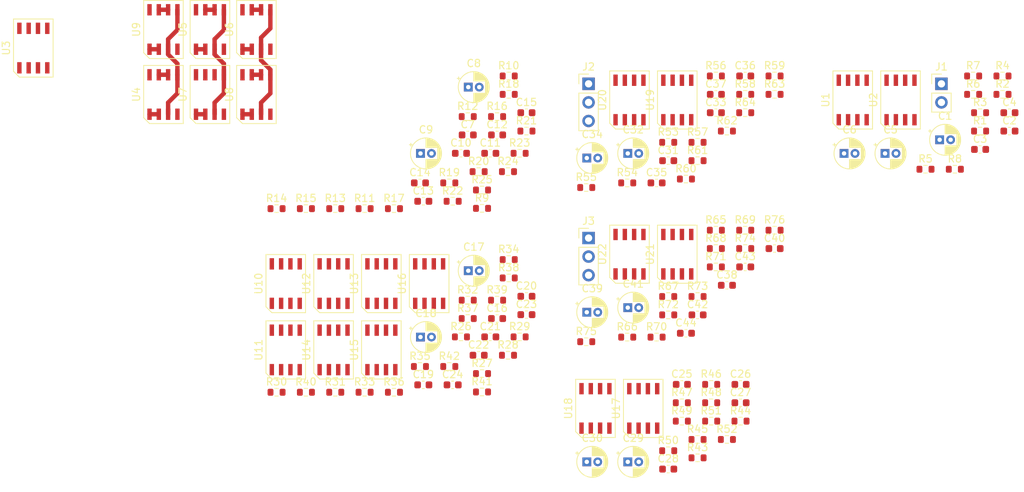
<source format=kicad_pcb>
(kicad_pcb (version 20171130) (host pcbnew 5.1.10)
  (layers (0 F.Cu signal) (31 B.Cu signal) (34 B.Paste user) (35 F.Paste user) (36 B.SilkS user) (37 F.SilkS user) (38 B.Mask user) (39 F.Mask user) (44 Edge.Cuts user))
  (net 0 "")
  (net 1 GND)
  (net 2 +12V)
  (net 3 "Net-(C5-Pad1)")
  (net 4 "Net-(C6-Pad1)")
  (net 5 VAS_OUT_LEFT)
  (net 6 "Net-(C8-Pad1)")
  (net 7 "Net-(C9-Pad2)")
  (net 8 POWER_OUT_LEFT)
  (net 9 VAS_OUT_RIGHT)
  (net 10 "Net-(C17-Pad1)")
  (net 11 "Net-(C18-Pad2)")
  (net 12 POWER_OUT_RIGHT)
  (net 13 "Net-(C27-Pad1)")
  (net 14 "Net-(C28-Pad1)")
  (net 15 "Net-(C29-Pad1)")
  (net 16 "Net-(C30-Pad1)")
  (net 17 VAS_IN_LEFT)
  (net 18 "Net-(C32-Pad1)")
  (net 19 "Net-(C34-Pad2)")
  (net 20 "Net-(C34-Pad1)")
  (net 21 "Net-(C35-Pad2)")
  (net 22 "Net-(C35-Pad1)")
  (net 23 "Net-(C36-Pad2)")
  (net 24 "Net-(C36-Pad1)")
  (net 25 "Net-(C37-Pad2)")
  (net 26 VAS_IN_RIGHT)
  (net 27 "Net-(C39-Pad1)")
  (net 28 "Net-(C41-Pad2)")
  (net 29 "Net-(C41-Pad1)")
  (net 30 "Net-(C42-Pad2)")
  (net 31 "Net-(C42-Pad1)")
  (net 32 "Net-(C43-Pad2)")
  (net 33 "Net-(C43-Pad1)")
  (net 34 "Net-(C44-Pad2)")
  (net 35 "Net-(J2-Pad3)")
  (net 36 "Net-(J3-Pad3)")
  (net 37 "Net-(R5-Pad2)")
  (net 38 VBIAS_LEFT)
  (net 39 "Net-(R6-Pad2)")
  (net 40 "Net-(R7-Pad2)")
  (net 41 VBIAS_RIGHT)
  (net 42 "Net-(R8-Pad2)")
  (net 43 BUFFER_OUT_LEFT)
  (net 44 "Net-(R12-Pad2)")
  (net 45 BUFFER_IN_LEFT)
  (net 46 "Net-(R13-Pad2)")
  (net 47 "Net-(R14-Pad2)")
  (net 48 "Net-(R15-Pad2)")
  (net 49 "Net-(R16-Pad2)")
  (net 50 "Net-(R17-Pad2)")
  (net 51 "Net-(R18-Pad2)")
  (net 52 "Net-(R19-Pad2)")
  (net 53 "Net-(R20-Pad2)")
  (net 54 "Net-(R21-Pad2)")
  (net 55 "Net-(R22-Pad2)")
  (net 56 "Net-(R23-Pad2)")
  (net 57 "Net-(R24-Pad2)")
  (net 58 "Net-(R25-Pad2)")
  (net 59 BUFFER_OUT_RIGHT)
  (net 60 "Net-(R29-Pad2)")
  (net 61 BUFFER_IN_RIGHT)
  (net 62 "Net-(R30-Pad2)")
  (net 63 "Net-(R31-Pad2)")
  (net 64 "Net-(R32-Pad2)")
  (net 65 "Net-(R33-Pad2)")
  (net 66 "Net-(R34-Pad2)")
  (net 67 "Net-(R35-Pad2)")
  (net 68 "Net-(R36-Pad2)")
  (net 69 "Net-(R37-Pad2)")
  (net 70 "Net-(R38-Pad2)")
  (net 71 "Net-(R39-Pad2)")
  (net 72 "Net-(R40-Pad2)")
  (net 73 "Net-(R41-Pad2)")
  (net 74 "Net-(R42-Pad2)")
  (net 75 AUDIO_IN_RIGHT)
  (net 76 AUDIO_IN_LEFT)
  (net 77 "Net-(R49-Pad2)")
  (net 78 "Net-(R50-Pad2)")
  (net 79 "Net-(R51-Pad2)")
  (net 80 "Net-(R52-Pad2)")
  (net 81 "Net-(R54-Pad1)")
  (net 82 "Net-(R55-Pad2)")
  (net 83 "Net-(R56-Pad1)")
  (net 84 "Net-(R63-Pad1)")
  (net 85 "Net-(R66-Pad1)")
  (net 86 "Net-(R67-Pad2)")
  (net 87 "Net-(R68-Pad1)")
  (net 88 "Net-(R75-Pad1)")
  (module AudioAmplifierFLib:LMH6658MAX (layer F.Cu) (at 143.045199 94.39)
    (fp_text reference U22 (at -3.705 0 90) (layer F.SilkS))
    (fp_text value LMH6658)
    (pad 4 smd rect (at 1.905 2.7) (size 0.6 1.55) (layers F.Cu F.Paste F.Mask) (net 1 GND))
    (pad 5 smd rect (at 1.905 -2.7) (size 0.6 1.55) (layers F.Cu F.Paste F.Mask) (net 88 "Net-(R75-Pad1)"))
    (pad 3 smd rect (at 0.635 2.7) (size 0.6 1.55) (layers F.Cu F.Paste F.Mask) (net 85 "Net-(R66-Pad1)"))
    (pad 6 smd rect (at 0.635 -2.7) (size 0.6 1.55) (layers F.Cu F.Paste F.Mask) (net 34 "Net-(C44-Pad2)"))
    (pad 2 smd rect (at -0.635 2.7) (size 0.6 1.55) (layers F.Cu F.Paste F.Mask) (net 30 "Net-(C42-Pad2)"))
    (pad 7 smd rect (at -0.635 -2.7) (size 0.6 1.55) (layers F.Cu F.Paste F.Mask) (net 9 VAS_OUT_RIGHT))
    (pad 1 smd rect (at -1.905 2.7) (size 0.6 1.55) (layers F.Cu F.Paste F.Mask) (net 31 "Net-(C42-Pad1)"))
    (pad 8 smd rect (at -1.905 -2.7) (size 0.6 1.55) (layers F.Cu F.Paste F.Mask) (net 2 +12V))
  )
  (module AudioAmplifierFLib:LMH6658MAX (layer F.Cu) (at 149.575199 94.39)
    (fp_text reference U21 (at -3.705 0 90) (layer F.SilkS))
    (fp_text value LMH6658)
    (pad 4 smd rect (at 1.905 2.7) (size 0.6 1.55) (layers F.Cu F.Paste F.Mask) (net 1 GND))
    (pad 5 smd rect (at 1.905 -2.7) (size 0.6 1.55) (layers F.Cu F.Paste F.Mask) (net 87 "Net-(R68-Pad1)"))
    (pad 3 smd rect (at 0.635 2.7) (size 0.6 1.55) (layers F.Cu F.Paste F.Mask) (net 28 "Net-(C41-Pad2)"))
    (pad 6 smd rect (at 0.635 -2.7) (size 0.6 1.55) (layers F.Cu F.Paste F.Mask) (net 32 "Net-(C43-Pad2)"))
    (pad 2 smd rect (at -0.635 2.7) (size 0.6 1.55) (layers F.Cu F.Paste F.Mask) (net 86 "Net-(R67-Pad2)"))
    (pad 7 smd rect (at -0.635 -2.7) (size 0.6 1.55) (layers F.Cu F.Paste F.Mask) (net 33 "Net-(C43-Pad1)"))
    (pad 1 smd rect (at -1.905 2.7) (size 0.6 1.55) (layers F.Cu F.Paste F.Mask) (net 86 "Net-(R67-Pad2)"))
    (pad 8 smd rect (at -1.905 -2.7) (size 0.6 1.55) (layers F.Cu F.Paste F.Mask) (net 2 +12V))
  )
  (module AudioAmplifierFLib:LMH6658MAX (layer F.Cu) (at 143.045199 73.3)
    (fp_text reference U20 (at -3.705 0 90) (layer F.SilkS))
    (fp_text value LMH6658)
    (pad 4 smd rect (at 1.905 2.7) (size 0.6 1.55) (layers F.Cu F.Paste F.Mask) (net 1 GND))
    (pad 5 smd rect (at 1.905 -2.7) (size 0.6 1.55) (layers F.Cu F.Paste F.Mask) (net 84 "Net-(R63-Pad1)"))
    (pad 3 smd rect (at 0.635 2.7) (size 0.6 1.55) (layers F.Cu F.Paste F.Mask) (net 19 "Net-(C34-Pad2)"))
    (pad 6 smd rect (at 0.635 -2.7) (size 0.6 1.55) (layers F.Cu F.Paste F.Mask) (net 25 "Net-(C37-Pad2)"))
    (pad 2 smd rect (at -0.635 2.7) (size 0.6 1.55) (layers F.Cu F.Paste F.Mask) (net 82 "Net-(R55-Pad2)"))
    (pad 7 smd rect (at -0.635 -2.7) (size 0.6 1.55) (layers F.Cu F.Paste F.Mask) (net 5 VAS_OUT_LEFT))
    (pad 1 smd rect (at -1.905 2.7) (size 0.6 1.55) (layers F.Cu F.Paste F.Mask) (net 82 "Net-(R55-Pad2)"))
    (pad 8 smd rect (at -1.905 -2.7) (size 0.6 1.55) (layers F.Cu F.Paste F.Mask) (net 2 +12V))
  )
  (module AudioAmplifierFLib:LMH6658MAX (layer F.Cu) (at 149.575199 73.3)
    (fp_text reference U19 (at -3.705 0 90) (layer F.SilkS))
    (fp_text value LMH6658)
    (pad 4 smd rect (at 1.905 2.7) (size 0.6 1.55) (layers F.Cu F.Paste F.Mask) (net 1 GND))
    (pad 5 smd rect (at 1.905 -2.7) (size 0.6 1.55) (layers F.Cu F.Paste F.Mask) (net 83 "Net-(R56-Pad1)"))
    (pad 3 smd rect (at 0.635 2.7) (size 0.6 1.55) (layers F.Cu F.Paste F.Mask) (net 81 "Net-(R54-Pad1)"))
    (pad 6 smd rect (at 0.635 -2.7) (size 0.6 1.55) (layers F.Cu F.Paste F.Mask) (net 23 "Net-(C36-Pad2)"))
    (pad 2 smd rect (at -0.635 2.7) (size 0.6 1.55) (layers F.Cu F.Paste F.Mask) (net 21 "Net-(C35-Pad2)"))
    (pad 7 smd rect (at -0.635 -2.7) (size 0.6 1.55) (layers F.Cu F.Paste F.Mask) (net 24 "Net-(C36-Pad1)"))
    (pad 1 smd rect (at -1.905 2.7) (size 0.6 1.55) (layers F.Cu F.Paste F.Mask) (net 22 "Net-(C35-Pad1)"))
    (pad 8 smd rect (at -1.905 -2.7) (size 0.6 1.55) (layers F.Cu F.Paste F.Mask) (net 2 +12V))
  )
  (module AudioAmplifierFLib:LMH6658MAX (layer F.Cu) (at 138.395199 115.48)
    (fp_text reference U18 (at -3.705 0 90) (layer F.SilkS))
    (fp_text value LMH6658)
    (pad 4 smd rect (at 1.905 2.7) (size 0.6 1.55) (layers F.Cu F.Paste F.Mask) (net 1 GND))
    (pad 5 smd rect (at 1.905 -2.7) (size 0.6 1.55) (layers F.Cu F.Paste F.Mask) (net 16 "Net-(C30-Pad1)"))
    (pad 3 smd rect (at 0.635 2.7) (size 0.6 1.55) (layers F.Cu F.Paste F.Mask) (net 16 "Net-(C30-Pad1)"))
    (pad 6 smd rect (at 0.635 -2.7) (size 0.6 1.55) (layers F.Cu F.Paste F.Mask) (net 80 "Net-(R52-Pad2)"))
    (pad 2 smd rect (at -0.635 2.7) (size 0.6 1.55) (layers F.Cu F.Paste F.Mask) (net 79 "Net-(R51-Pad2)"))
    (pad 7 smd rect (at -0.635 -2.7) (size 0.6 1.55) (layers F.Cu F.Paste F.Mask) (net 80 "Net-(R52-Pad2)"))
    (pad 1 smd rect (at -1.905 2.7) (size 0.6 1.55) (layers F.Cu F.Paste F.Mask) (net 79 "Net-(R51-Pad2)"))
    (pad 8 smd rect (at -1.905 -2.7) (size 0.6 1.55) (layers F.Cu F.Paste F.Mask) (net 2 +12V))
  )
  (module AudioAmplifierFLib:LMH6658MAX (layer F.Cu) (at 144.925199 115.48)
    (fp_text reference U17 (at -3.705 0 90) (layer F.SilkS))
    (fp_text value LMH6658)
    (pad 4 smd rect (at 1.905 2.7) (size 0.6 1.55) (layers F.Cu F.Paste F.Mask) (net 1 GND))
    (pad 5 smd rect (at 1.905 -2.7) (size 0.6 1.55) (layers F.Cu F.Paste F.Mask) (net 15 "Net-(C29-Pad1)"))
    (pad 3 smd rect (at 0.635 2.7) (size 0.6 1.55) (layers F.Cu F.Paste F.Mask) (net 15 "Net-(C29-Pad1)"))
    (pad 6 smd rect (at 0.635 -2.7) (size 0.6 1.55) (layers F.Cu F.Paste F.Mask) (net 78 "Net-(R50-Pad2)"))
    (pad 2 smd rect (at -0.635 2.7) (size 0.6 1.55) (layers F.Cu F.Paste F.Mask) (net 77 "Net-(R49-Pad2)"))
    (pad 7 smd rect (at -0.635 -2.7) (size 0.6 1.55) (layers F.Cu F.Paste F.Mask) (net 78 "Net-(R50-Pad2)"))
    (pad 1 smd rect (at -1.905 2.7) (size 0.6 1.55) (layers F.Cu F.Paste F.Mask) (net 77 "Net-(R49-Pad2)"))
    (pad 8 smd rect (at -1.905 -2.7) (size 0.6 1.55) (layers F.Cu F.Paste F.Mask) (net 2 +12V))
  )
  (module AudioAmplifierFLib:LMH6658MAX (layer F.Cu) (at 115.675199 98.41)
    (fp_text reference U16 (at -3.705 0 90) (layer F.SilkS))
    (fp_text value LMH6658)
    (pad 4 smd rect (at 1.905 2.7) (size 0.6 1.55) (layers F.Cu F.Paste F.Mask) (net 1 GND))
    (pad 5 smd rect (at 1.905 -2.7) (size 0.6 1.55) (layers F.Cu F.Paste F.Mask) (net 61 BUFFER_IN_RIGHT))
    (pad 3 smd rect (at 0.635 2.7) (size 0.6 1.55) (layers F.Cu F.Paste F.Mask) (net 61 BUFFER_IN_RIGHT))
    (pad 6 smd rect (at 0.635 -2.7) (size 0.6 1.55) (layers F.Cu F.Paste F.Mask) (net 74 "Net-(R42-Pad2)"))
    (pad 2 smd rect (at -0.635 2.7) (size 0.6 1.55) (layers F.Cu F.Paste F.Mask) (net 73 "Net-(R41-Pad2)"))
    (pad 7 smd rect (at -0.635 -2.7) (size 0.6 1.55) (layers F.Cu F.Paste F.Mask) (net 74 "Net-(R42-Pad2)"))
    (pad 1 smd rect (at -1.905 2.7) (size 0.6 1.55) (layers F.Cu F.Paste F.Mask) (net 73 "Net-(R41-Pad2)"))
    (pad 8 smd rect (at -1.905 -2.7) (size 0.6 1.55) (layers F.Cu F.Paste F.Mask) (net 2 +12V))
  )
  (module AudioAmplifierFLib:LMH6658MAX (layer F.Cu) (at 109.145199 107.48)
    (fp_text reference U15 (at -3.705 0 90) (layer F.SilkS))
    (fp_text value LMH6658)
    (pad 4 smd rect (at 1.905 2.7) (size 0.6 1.55) (layers F.Cu F.Paste F.Mask) (net 1 GND))
    (pad 5 smd rect (at 1.905 -2.7) (size 0.6 1.55) (layers F.Cu F.Paste F.Mask) (net 61 BUFFER_IN_RIGHT))
    (pad 3 smd rect (at 0.635 2.7) (size 0.6 1.55) (layers F.Cu F.Paste F.Mask) (net 61 BUFFER_IN_RIGHT))
    (pad 6 smd rect (at 0.635 -2.7) (size 0.6 1.55) (layers F.Cu F.Paste F.Mask) (net 72 "Net-(R40-Pad2)"))
    (pad 2 smd rect (at -0.635 2.7) (size 0.6 1.55) (layers F.Cu F.Paste F.Mask) (net 71 "Net-(R39-Pad2)"))
    (pad 7 smd rect (at -0.635 -2.7) (size 0.6 1.55) (layers F.Cu F.Paste F.Mask) (net 72 "Net-(R40-Pad2)"))
    (pad 1 smd rect (at -1.905 2.7) (size 0.6 1.55) (layers F.Cu F.Paste F.Mask) (net 71 "Net-(R39-Pad2)"))
    (pad 8 smd rect (at -1.905 -2.7) (size 0.6 1.55) (layers F.Cu F.Paste F.Mask) (net 2 +12V))
  )
  (module AudioAmplifierFLib:LMH6658MAX (layer F.Cu) (at 102.615199 107.48)
    (fp_text reference U14 (at -3.705 0 90) (layer F.SilkS))
    (fp_text value LMH6658)
    (pad 4 smd rect (at 1.905 2.7) (size 0.6 1.55) (layers F.Cu F.Paste F.Mask) (net 1 GND))
    (pad 5 smd rect (at 1.905 -2.7) (size 0.6 1.55) (layers F.Cu F.Paste F.Mask) (net 61 BUFFER_IN_RIGHT))
    (pad 3 smd rect (at 0.635 2.7) (size 0.6 1.55) (layers F.Cu F.Paste F.Mask) (net 61 BUFFER_IN_RIGHT))
    (pad 6 smd rect (at 0.635 -2.7) (size 0.6 1.55) (layers F.Cu F.Paste F.Mask) (net 70 "Net-(R38-Pad2)"))
    (pad 2 smd rect (at -0.635 2.7) (size 0.6 1.55) (layers F.Cu F.Paste F.Mask) (net 69 "Net-(R37-Pad2)"))
    (pad 7 smd rect (at -0.635 -2.7) (size 0.6 1.55) (layers F.Cu F.Paste F.Mask) (net 70 "Net-(R38-Pad2)"))
    (pad 1 smd rect (at -1.905 2.7) (size 0.6 1.55) (layers F.Cu F.Paste F.Mask) (net 69 "Net-(R37-Pad2)"))
    (pad 8 smd rect (at -1.905 -2.7) (size 0.6 1.55) (layers F.Cu F.Paste F.Mask) (net 2 +12V))
  )
  (module AudioAmplifierFLib:LMH6658MAX (layer F.Cu) (at 109.145199 98.41)
    (fp_text reference U13 (at -3.705 0 90) (layer F.SilkS))
    (fp_text value LMH6658)
    (pad 4 smd rect (at 1.905 2.7) (size 0.6 1.55) (layers F.Cu F.Paste F.Mask) (net 1 GND))
    (pad 5 smd rect (at 1.905 -2.7) (size 0.6 1.55) (layers F.Cu F.Paste F.Mask) (net 61 BUFFER_IN_RIGHT))
    (pad 3 smd rect (at 0.635 2.7) (size 0.6 1.55) (layers F.Cu F.Paste F.Mask) (net 61 BUFFER_IN_RIGHT))
    (pad 6 smd rect (at 0.635 -2.7) (size 0.6 1.55) (layers F.Cu F.Paste F.Mask) (net 68 "Net-(R36-Pad2)"))
    (pad 2 smd rect (at -0.635 2.7) (size 0.6 1.55) (layers F.Cu F.Paste F.Mask) (net 67 "Net-(R35-Pad2)"))
    (pad 7 smd rect (at -0.635 -2.7) (size 0.6 1.55) (layers F.Cu F.Paste F.Mask) (net 68 "Net-(R36-Pad2)"))
    (pad 1 smd rect (at -1.905 2.7) (size 0.6 1.55) (layers F.Cu F.Paste F.Mask) (net 67 "Net-(R35-Pad2)"))
    (pad 8 smd rect (at -1.905 -2.7) (size 0.6 1.55) (layers F.Cu F.Paste F.Mask) (net 2 +12V))
  )
  (module AudioAmplifierFLib:LMH6658MAX (layer F.Cu) (at 102.615199 98.41)
    (fp_text reference U12 (at -3.705 0 90) (layer F.SilkS))
    (fp_text value LMH6658)
    (pad 4 smd rect (at 1.905 2.7) (size 0.6 1.55) (layers F.Cu F.Paste F.Mask) (net 1 GND))
    (pad 5 smd rect (at 1.905 -2.7) (size 0.6 1.55) (layers F.Cu F.Paste F.Mask) (net 61 BUFFER_IN_RIGHT))
    (pad 3 smd rect (at 0.635 2.7) (size 0.6 1.55) (layers F.Cu F.Paste F.Mask) (net 61 BUFFER_IN_RIGHT))
    (pad 6 smd rect (at 0.635 -2.7) (size 0.6 1.55) (layers F.Cu F.Paste F.Mask) (net 66 "Net-(R34-Pad2)"))
    (pad 2 smd rect (at -0.635 2.7) (size 0.6 1.55) (layers F.Cu F.Paste F.Mask) (net 65 "Net-(R33-Pad2)"))
    (pad 7 smd rect (at -0.635 -2.7) (size 0.6 1.55) (layers F.Cu F.Paste F.Mask) (net 66 "Net-(R34-Pad2)"))
    (pad 1 smd rect (at -1.905 2.7) (size 0.6 1.55) (layers F.Cu F.Paste F.Mask) (net 65 "Net-(R33-Pad2)"))
    (pad 8 smd rect (at -1.905 -2.7) (size 0.6 1.55) (layers F.Cu F.Paste F.Mask) (net 2 +12V))
  )
  (module AudioAmplifierFLib:LMH6658MAX (layer F.Cu) (at 96.085199 107.48)
    (fp_text reference U11 (at -3.705 0 90) (layer F.SilkS))
    (fp_text value LMH6658)
    (pad 4 smd rect (at 1.905 2.7) (size 0.6 1.55) (layers F.Cu F.Paste F.Mask) (net 1 GND))
    (pad 5 smd rect (at 1.905 -2.7) (size 0.6 1.55) (layers F.Cu F.Paste F.Mask) (net 61 BUFFER_IN_RIGHT))
    (pad 3 smd rect (at 0.635 2.7) (size 0.6 1.55) (layers F.Cu F.Paste F.Mask) (net 61 BUFFER_IN_RIGHT))
    (pad 6 smd rect (at 0.635 -2.7) (size 0.6 1.55) (layers F.Cu F.Paste F.Mask) (net 64 "Net-(R32-Pad2)"))
    (pad 2 smd rect (at -0.635 2.7) (size 0.6 1.55) (layers F.Cu F.Paste F.Mask) (net 63 "Net-(R31-Pad2)"))
    (pad 7 smd rect (at -0.635 -2.7) (size 0.6 1.55) (layers F.Cu F.Paste F.Mask) (net 64 "Net-(R32-Pad2)"))
    (pad 1 smd rect (at -1.905 2.7) (size 0.6 1.55) (layers F.Cu F.Paste F.Mask) (net 63 "Net-(R31-Pad2)"))
    (pad 8 smd rect (at -1.905 -2.7) (size 0.6 1.55) (layers F.Cu F.Paste F.Mask) (net 2 +12V))
  )
  (module AudioAmplifierFLib:LMH6658MAX (layer F.Cu) (at 96.085199 98.41)
    (fp_text reference U10 (at -3.705 0 90) (layer F.SilkS))
    (fp_text value LMH6658)
    (pad 4 smd rect (at 1.905 2.7) (size 0.6 1.55) (layers F.Cu F.Paste F.Mask) (net 1 GND))
    (pad 5 smd rect (at 1.905 -2.7) (size 0.6 1.55) (layers F.Cu F.Paste F.Mask) (net 10 "Net-(C17-Pad1)"))
    (pad 3 smd rect (at 0.635 2.7) (size 0.6 1.55) (layers F.Cu F.Paste F.Mask) (net 10 "Net-(C17-Pad1)"))
    (pad 6 smd rect (at 0.635 -2.7) (size 0.6 1.55) (layers F.Cu F.Paste F.Mask) (net 62 "Net-(R30-Pad2)"))
    (pad 2 smd rect (at -0.635 2.7) (size 0.6 1.55) (layers F.Cu F.Paste F.Mask) (net 60 "Net-(R29-Pad2)"))
    (pad 7 smd rect (at -0.635 -2.7) (size 0.6 1.55) (layers F.Cu F.Paste F.Mask) (net 62 "Net-(R30-Pad2)"))
    (pad 1 smd rect (at -1.905 2.7) (size 0.6 1.55) (layers F.Cu F.Paste F.Mask) (net 60 "Net-(R29-Pad2)"))
    (pad 8 smd rect (at -1.905 -2.7) (size 0.6 1.55) (layers F.Cu F.Paste F.Mask) (net 2 +12V))
  )
  (module AudioAmplifierFLib:LMH6658MAX (layer F.Cu) (at 79.375 63.66)
    (fp_text reference U9 (at -3.705 0 90) (layer F.SilkS))
    (fp_text value LMH6658)
    (pad 4 smd rect (at 1.905 2.7) (size 0.6 1.55) (layers F.Cu F.Paste F.Mask) (net 1 GND))
    (pad 5 smd rect (at 1.905 -2.7) (size 0.6 1.55) (layers F.Cu F.Paste F.Mask) (net 45 BUFFER_IN_LEFT))
    (pad 3 smd rect (at 0.635 2.7) (size 0.6 1.55) (layers F.Cu F.Paste F.Mask) (net 45 BUFFER_IN_LEFT))
    (pad 6 smd rect (at 0.635 -2.7) (size 0.6 1.55) (layers F.Cu F.Paste F.Mask) (net 58 "Net-(R25-Pad2)"))
    (pad 2 smd rect (at -0.635 2.7) (size 0.6 1.55) (layers F.Cu F.Paste F.Mask) (net 57 "Net-(R24-Pad2)"))
    (pad 7 smd rect (at -0.635 -2.7) (size 0.6 1.55) (layers F.Cu F.Paste F.Mask) (net 58 "Net-(R25-Pad2)"))
    (pad 1 smd rect (at -1.905 2.7) (size 0.6 1.55) (layers F.Cu F.Paste F.Mask) (net 57 "Net-(R24-Pad2)"))
    (pad 8 smd rect (at -1.905 -2.7) (size 0.6 1.55) (layers F.Cu F.Paste F.Mask) (net 2 +12V))
  )
  (module AudioAmplifierFLib:LMH6658MAX (layer F.Cu) (at 92.075 72.55)
    (fp_text reference U8 (at -3.705 0 90) (layer F.SilkS))
    (fp_text value LMH6658)
    (pad 4 smd rect (at 1.905 2.7) (size 0.6 1.55) (layers F.Cu F.Paste F.Mask) (net 1 GND))
    (pad 5 smd rect (at 1.905 -2.7) (size 0.6 1.55) (layers F.Cu F.Paste F.Mask) (net 45 BUFFER_IN_LEFT))
    (pad 3 smd rect (at 0.635 2.7) (size 0.6 1.55) (layers F.Cu F.Paste F.Mask) (net 45 BUFFER_IN_LEFT))
    (pad 6 smd rect (at 0.635 -2.7) (size 0.6 1.55) (layers F.Cu F.Paste F.Mask) (net 56 "Net-(R23-Pad2)"))
    (pad 2 smd rect (at -0.635 2.7) (size 0.6 1.55) (layers F.Cu F.Paste F.Mask) (net 55 "Net-(R22-Pad2)"))
    (pad 7 smd rect (at -0.635 -2.7) (size 0.6 1.55) (layers F.Cu F.Paste F.Mask) (net 56 "Net-(R23-Pad2)"))
    (pad 1 smd rect (at -1.905 2.7) (size 0.6 1.55) (layers F.Cu F.Paste F.Mask) (net 55 "Net-(R22-Pad2)"))
    (pad 8 smd rect (at -1.905 -2.7) (size 0.6 1.55) (layers F.Cu F.Paste F.Mask) (net 2 +12V))
  )
  (module AudioAmplifierFLib:LMH6658MAX (layer F.Cu) (at 85.725 72.55)
    (fp_text reference U7 (at -3.705 0 90) (layer F.SilkS))
    (fp_text value LMH6658)
    (pad 4 smd rect (at 1.905 2.7) (size 0.6 1.55) (layers F.Cu F.Paste F.Mask) (net 1 GND))
    (pad 5 smd rect (at 1.905 -2.7) (size 0.6 1.55) (layers F.Cu F.Paste F.Mask) (net 45 BUFFER_IN_LEFT))
    (pad 3 smd rect (at 0.635 2.7) (size 0.6 1.55) (layers F.Cu F.Paste F.Mask) (net 45 BUFFER_IN_LEFT))
    (pad 6 smd rect (at 0.635 -2.7) (size 0.6 1.55) (layers F.Cu F.Paste F.Mask) (net 54 "Net-(R21-Pad2)"))
    (pad 2 smd rect (at -0.635 2.7) (size 0.6 1.55) (layers F.Cu F.Paste F.Mask) (net 53 "Net-(R20-Pad2)"))
    (pad 7 smd rect (at -0.635 -2.7) (size 0.6 1.55) (layers F.Cu F.Paste F.Mask) (net 54 "Net-(R21-Pad2)"))
    (pad 1 smd rect (at -1.905 2.7) (size 0.6 1.55) (layers F.Cu F.Paste F.Mask) (net 53 "Net-(R20-Pad2)"))
    (pad 8 smd rect (at -1.905 -2.7) (size 0.6 1.55) (layers F.Cu F.Paste F.Mask) (net 2 +12V))
  )
  (module AudioAmplifierFLib:LMH6658MAX (layer F.Cu) (at 92.075 63.66)
    (fp_text reference U6 (at -3.705 0 90) (layer F.SilkS))
    (fp_text value LMH6658)
    (pad 4 smd rect (at 1.905 2.7) (size 0.6 1.55) (layers F.Cu F.Paste F.Mask) (net 1 GND))
    (pad 5 smd rect (at 1.905 -2.7) (size 0.6 1.55) (layers F.Cu F.Paste F.Mask) (net 45 BUFFER_IN_LEFT))
    (pad 3 smd rect (at 0.635 2.7) (size 0.6 1.55) (layers F.Cu F.Paste F.Mask) (net 45 BUFFER_IN_LEFT))
    (pad 6 smd rect (at 0.635 -2.7) (size 0.6 1.55) (layers F.Cu F.Paste F.Mask) (net 52 "Net-(R19-Pad2)"))
    (pad 2 smd rect (at -0.635 2.7) (size 0.6 1.55) (layers F.Cu F.Paste F.Mask) (net 51 "Net-(R18-Pad2)"))
    (pad 7 smd rect (at -0.635 -2.7) (size 0.6 1.55) (layers F.Cu F.Paste F.Mask) (net 52 "Net-(R19-Pad2)"))
    (pad 1 smd rect (at -1.905 2.7) (size 0.6 1.55) (layers F.Cu F.Paste F.Mask) (net 51 "Net-(R18-Pad2)"))
    (pad 8 smd rect (at -1.905 -2.7) (size 0.6 1.55) (layers F.Cu F.Paste F.Mask) (net 2 +12V))
  )
  (module AudioAmplifierFLib:LMH6658MAX (layer F.Cu) (at 85.725 63.66)
    (fp_text reference U5 (at -3.705 0 90) (layer F.SilkS))
    (fp_text value LMH6658)
    (pad 4 smd rect (at 1.905 2.7) (size 0.6 1.55) (layers F.Cu F.Paste F.Mask) (net 1 GND))
    (pad 5 smd rect (at 1.905 -2.7) (size 0.6 1.55) (layers F.Cu F.Paste F.Mask) (net 45 BUFFER_IN_LEFT))
    (pad 3 smd rect (at 0.635 2.7) (size 0.6 1.55) (layers F.Cu F.Paste F.Mask) (net 45 BUFFER_IN_LEFT))
    (pad 6 smd rect (at 0.635 -2.7) (size 0.6 1.55) (layers F.Cu F.Paste F.Mask) (net 50 "Net-(R17-Pad2)"))
    (pad 2 smd rect (at -0.635 2.7) (size 0.6 1.55) (layers F.Cu F.Paste F.Mask) (net 49 "Net-(R16-Pad2)"))
    (pad 7 smd rect (at -0.635 -2.7) (size 0.6 1.55) (layers F.Cu F.Paste F.Mask) (net 50 "Net-(R17-Pad2)"))
    (pad 1 smd rect (at -1.905 2.7) (size 0.6 1.55) (layers F.Cu F.Paste F.Mask) (net 49 "Net-(R16-Pad2)"))
    (pad 8 smd rect (at -1.905 -2.7) (size 0.6 1.55) (layers F.Cu F.Paste F.Mask) (net 2 +12V))
  )
  (module AudioAmplifierFLib:LMH6658MAX (layer F.Cu) (at 79.375 72.55)
    (fp_text reference U4 (at -3.705 0 90) (layer F.SilkS))
    (fp_text value LMH6658)
    (pad 4 smd rect (at 1.905 2.7) (size 0.6 1.55) (layers F.Cu F.Paste F.Mask) (net 1 GND))
    (pad 5 smd rect (at 1.905 -2.7) (size 0.6 1.55) (layers F.Cu F.Paste F.Mask) (net 45 BUFFER_IN_LEFT))
    (pad 3 smd rect (at 0.635 2.7) (size 0.6 1.55) (layers F.Cu F.Paste F.Mask) (net 45 BUFFER_IN_LEFT))
    (pad 6 smd rect (at 0.635 -2.7) (size 0.6 1.55) (layers F.Cu F.Paste F.Mask) (net 48 "Net-(R15-Pad2)"))
    (pad 2 smd rect (at -0.635 2.7) (size 0.6 1.55) (layers F.Cu F.Paste F.Mask) (net 47 "Net-(R14-Pad2)"))
    (pad 7 smd rect (at -0.635 -2.7) (size 0.6 1.55) (layers F.Cu F.Paste F.Mask) (net 48 "Net-(R15-Pad2)"))
    (pad 1 smd rect (at -1.905 2.7) (size 0.6 1.55) (layers F.Cu F.Paste F.Mask) (net 47 "Net-(R14-Pad2)"))
    (pad 8 smd rect (at -1.905 -2.7) (size 0.6 1.55) (layers F.Cu F.Paste F.Mask) (net 2 +12V))
  )
  (module AudioAmplifierFLib:LMH6658MAX (layer F.Cu) (at 61.595 66.2)
    (fp_text reference U3 (at -3.705 0 90) (layer F.SilkS))
    (fp_text value LMH6658)
    (pad 4 smd rect (at 1.905 2.7) (size 0.6 1.55) (layers F.Cu F.Paste F.Mask) (net 1 GND))
    (pad 5 smd rect (at 1.905 -2.7) (size 0.6 1.55) (layers F.Cu F.Paste F.Mask) (net 6 "Net-(C8-Pad1)"))
    (pad 3 smd rect (at 0.635 2.7) (size 0.6 1.55) (layers F.Cu F.Paste F.Mask) (net 6 "Net-(C8-Pad1)"))
    (pad 6 smd rect (at 0.635 -2.7) (size 0.6 1.55) (layers F.Cu F.Paste F.Mask) (net 46 "Net-(R13-Pad2)"))
    (pad 2 smd rect (at -0.635 2.7) (size 0.6 1.55) (layers F.Cu F.Paste F.Mask) (net 44 "Net-(R12-Pad2)"))
    (pad 7 smd rect (at -0.635 -2.7) (size 0.6 1.55) (layers F.Cu F.Paste F.Mask) (net 46 "Net-(R13-Pad2)"))
    (pad 1 smd rect (at -1.905 2.7) (size 0.6 1.55) (layers F.Cu F.Paste F.Mask) (net 44 "Net-(R12-Pad2)"))
    (pad 8 smd rect (at -1.905 -2.7) (size 0.6 1.55) (layers F.Cu F.Paste F.Mask) (net 2 +12V))
  )
  (module AudioAmplifierFLib:LMH6658MAX (layer F.Cu) (at 180.075199 73.3)
    (fp_text reference U2 (at -3.705 0 90) (layer F.SilkS))
    (fp_text value LMH6658)
    (pad 4 smd rect (at 1.905 2.7) (size 0.6 1.55) (layers F.Cu F.Paste F.Mask) (net 1 GND))
    (pad 5 smd rect (at 1.905 -2.7) (size 0.6 1.55) (layers F.Cu F.Paste F.Mask) (net 4 "Net-(C6-Pad1)"))
    (pad 3 smd rect (at 0.635 2.7) (size 0.6 1.55) (layers F.Cu F.Paste F.Mask) (net 4 "Net-(C6-Pad1)"))
    (pad 6 smd rect (at 0.635 -2.7) (size 0.6 1.55) (layers F.Cu F.Paste F.Mask) (net 42 "Net-(R8-Pad2)"))
    (pad 2 smd rect (at -0.635 2.7) (size 0.6 1.55) (layers F.Cu F.Paste F.Mask) (net 40 "Net-(R7-Pad2)"))
    (pad 7 smd rect (at -0.635 -2.7) (size 0.6 1.55) (layers F.Cu F.Paste F.Mask) (net 42 "Net-(R8-Pad2)"))
    (pad 1 smd rect (at -1.905 2.7) (size 0.6 1.55) (layers F.Cu F.Paste F.Mask) (net 40 "Net-(R7-Pad2)"))
    (pad 8 smd rect (at -1.905 -2.7) (size 0.6 1.55) (layers F.Cu F.Paste F.Mask) (net 2 +12V))
  )
  (module AudioAmplifierFLib:LMH6658MAX (layer F.Cu) (at 173.545199 73.3)
    (fp_text reference U1 (at -3.705 0 90) (layer F.SilkS))
    (fp_text value LMH6658)
    (pad 4 smd rect (at 1.905 2.7) (size 0.6 1.55) (layers F.Cu F.Paste F.Mask) (net 1 GND))
    (pad 5 smd rect (at 1.905 -2.7) (size 0.6 1.55) (layers F.Cu F.Paste F.Mask) (net 3 "Net-(C5-Pad1)"))
    (pad 3 smd rect (at 0.635 2.7) (size 0.6 1.55) (layers F.Cu F.Paste F.Mask) (net 3 "Net-(C5-Pad1)"))
    (pad 6 smd rect (at 0.635 -2.7) (size 0.6 1.55) (layers F.Cu F.Paste F.Mask) (net 39 "Net-(R6-Pad2)"))
    (pad 2 smd rect (at -0.635 2.7) (size 0.6 1.55) (layers F.Cu F.Paste F.Mask) (net 37 "Net-(R5-Pad2)"))
    (pad 7 smd rect (at -0.635 -2.7) (size 0.6 1.55) (layers F.Cu F.Paste F.Mask) (net 39 "Net-(R6-Pad2)"))
    (pad 1 smd rect (at -1.905 2.7) (size 0.6 1.55) (layers F.Cu F.Paste F.Mask) (net 37 "Net-(R5-Pad2)"))
    (pad 8 smd rect (at -1.905 -2.7) (size 0.6 1.55) (layers F.Cu F.Paste F.Mask) (net 2 +12V))
  )
  (module Resistor_SMD:R_0603_1608Metric (layer F.Cu) (at 162.865199 91.11)
    (fp_text reference R76 (at 0 -1.43) (layer F.SilkS))
    (fp_text value 3k3)
    (pad 2 smd roundrect (at 0.825 0) (size 0.8 0.95) (layers F.Cu F.Paste F.Mask) (net 34 "Net-(C44-Pad2)"))
    (pad 1 smd roundrect (at -0.825 0) (size 0.8 0.95) (layers F.Cu F.Paste F.Mask) (net 9 VAS_OUT_RIGHT))
  )
  (module Resistor_SMD:R_0603_1608Metric (layer F.Cu) (at 137.135199 106.36)
    (fp_text reference R75 (at 0 -1.43) (layer F.SilkS))
    (fp_text value 1k)
    (pad 2 smd roundrect (at 0.825 0) (size 0.8 0.95) (layers F.Cu F.Paste F.Mask) (net 41 VBIAS_RIGHT))
    (pad 1 smd roundrect (at -0.825 0) (size 0.8 0.95) (layers F.Cu F.Paste F.Mask) (net 88 "Net-(R75-Pad1)"))
  )
  (module Resistor_SMD:R_0603_1608Metric (layer F.Cu) (at 158.855199 93.62)
    (fp_text reference R74 (at 0 -1.43) (layer F.SilkS))
    (fp_text value 3k3)
    (pad 2 smd roundrect (at 0.825 0) (size 0.8 0.95) (layers F.Cu F.Paste F.Mask) (net 36 "Net-(J3-Pad3)"))
    (pad 1 smd roundrect (at -0.825 0) (size 0.8 0.95) (layers F.Cu F.Paste F.Mask) (net 34 "Net-(C44-Pad2)"))
  )
  (module Resistor_SMD:R_0603_1608Metric (layer F.Cu) (at 152.345199 100.18)
    (fp_text reference R73 (at 0 -1.43) (layer F.SilkS))
    (fp_text value 10R)
    (pad 2 smd roundrect (at 0.825 0) (size 0.8 0.95) (layers F.Cu F.Paste F.Mask) (net 33 "Net-(C43-Pad1)"))
    (pad 1 smd roundrect (at -0.825 0) (size 0.8 0.95) (layers F.Cu F.Paste F.Mask) (net 36 "Net-(J3-Pad3)"))
  )
  (module Resistor_SMD:R_0603_1608Metric (layer F.Cu) (at 148.335199 102.69)
    (fp_text reference R72 (at 0 -1.43) (layer F.SilkS))
    (fp_text value 10R)
    (pad 2 smd roundrect (at 0.825 0) (size 0.8 0.95) (layers F.Cu F.Paste F.Mask) (net 31 "Net-(C42-Pad1)"))
    (pad 1 smd roundrect (at -0.825 0) (size 0.8 0.95) (layers F.Cu F.Paste F.Mask) (net 36 "Net-(J3-Pad3)"))
  )
  (module Resistor_SMD:R_0603_1608Metric (layer F.Cu) (at 154.845199 96.13)
    (fp_text reference R71 (at 0 -1.43) (layer F.SilkS))
    (fp_text value 5k6)
    (pad 2 smd roundrect (at 0.825 0) (size 0.8 0.95) (layers F.Cu F.Paste F.Mask) (net 32 "Net-(C43-Pad2)"))
    (pad 1 smd roundrect (at -0.825 0) (size 0.8 0.95) (layers F.Cu F.Paste F.Mask) (net 33 "Net-(C43-Pad1)"))
  )
  (module Resistor_SMD:R_0603_1608Metric (layer F.Cu) (at 146.745199 105.73)
    (fp_text reference R70 (at 0 -1.43) (layer F.SilkS))
    (fp_text value 5k6)
    (pad 2 smd roundrect (at 0.825 0) (size 0.8 0.95) (layers F.Cu F.Paste F.Mask) (net 30 "Net-(C42-Pad2)"))
    (pad 1 smd roundrect (at -0.825 0) (size 0.8 0.95) (layers F.Cu F.Paste F.Mask) (net 31 "Net-(C42-Pad1)"))
  )
  (module Resistor_SMD:R_0603_1608Metric (layer F.Cu) (at 158.855199 91.11)
    (fp_text reference R69 (at 0 -1.43) (layer F.SilkS))
    (fp_text value 1k)
    (pad 2 smd roundrect (at 0.825 0) (size 0.8 0.95) (layers F.Cu F.Paste F.Mask) (net 86 "Net-(R67-Pad2)"))
    (pad 1 smd roundrect (at -0.825 0) (size 0.8 0.95) (layers F.Cu F.Paste F.Mask) (net 32 "Net-(C43-Pad2)"))
  )
  (module Resistor_SMD:R_0603_1608Metric (layer F.Cu) (at 154.845199 93.62)
    (fp_text reference R68 (at 0 -1.43) (layer F.SilkS))
    (fp_text value 1k)
    (pad 2 smd roundrect (at 0.825 0) (size 0.8 0.95) (layers F.Cu F.Paste F.Mask) (net 41 VBIAS_RIGHT))
    (pad 1 smd roundrect (at -0.825 0) (size 0.8 0.95) (layers F.Cu F.Paste F.Mask) (net 87 "Net-(R68-Pad1)"))
  )
  (module Resistor_SMD:R_0603_1608Metric (layer F.Cu) (at 148.335199 100.18)
    (fp_text reference R67 (at 0 -1.43) (layer F.SilkS))
    (fp_text value 1k)
    (pad 2 smd roundrect (at 0.825 0) (size 0.8 0.95) (layers F.Cu F.Paste F.Mask) (net 86 "Net-(R67-Pad2)"))
    (pad 1 smd roundrect (at -0.825 0) (size 0.8 0.95) (layers F.Cu F.Paste F.Mask) (net 30 "Net-(C42-Pad2)"))
  )
  (module Resistor_SMD:R_0603_1608Metric (layer F.Cu) (at 142.735199 105.73)
    (fp_text reference R66 (at 0 -1.43) (layer F.SilkS))
    (fp_text value 1k)
    (pad 2 smd roundrect (at 0.825 0) (size 0.8 0.95) (layers F.Cu F.Paste F.Mask) (net 41 VBIAS_RIGHT))
    (pad 1 smd roundrect (at -0.825 0) (size 0.8 0.95) (layers F.Cu F.Paste F.Mask) (net 85 "Net-(R66-Pad1)"))
  )
  (module Resistor_SMD:R_0603_1608Metric (layer F.Cu) (at 154.845199 91.11)
    (fp_text reference R65 (at 0 -1.43) (layer F.SilkS))
    (fp_text value 47k)
    (pad 2 smd roundrect (at 0.825 0) (size 0.8 0.95) (layers F.Cu F.Paste F.Mask) (net 41 VBIAS_RIGHT))
    (pad 1 smd roundrect (at -0.825 0) (size 0.8 0.95) (layers F.Cu F.Paste F.Mask) (net 28 "Net-(C41-Pad2)"))
  )
  (module Resistor_SMD:R_0603_1608Metric (layer F.Cu) (at 158.855199 75.04)
    (fp_text reference R64 (at 0 -1.43) (layer F.SilkS))
    (fp_text value 3k3)
    (pad 2 smd roundrect (at 0.825 0) (size 0.8 0.95) (layers F.Cu F.Paste F.Mask) (net 25 "Net-(C37-Pad2)"))
    (pad 1 smd roundrect (at -0.825 0) (size 0.8 0.95) (layers F.Cu F.Paste F.Mask) (net 5 VAS_OUT_LEFT))
  )
  (module Resistor_SMD:R_0603_1608Metric (layer F.Cu) (at 162.865199 72.53)
    (fp_text reference R63 (at 0 -1.43) (layer F.SilkS))
    (fp_text value 1k)
    (pad 2 smd roundrect (at 0.825 0) (size 0.8 0.95) (layers F.Cu F.Paste F.Mask) (net 38 VBIAS_LEFT))
    (pad 1 smd roundrect (at -0.825 0) (size 0.8 0.95) (layers F.Cu F.Paste F.Mask) (net 84 "Net-(R63-Pad1)"))
  )
  (module Resistor_SMD:R_0603_1608Metric (layer F.Cu) (at 156.355199 77.55)
    (fp_text reference R62 (at 0 -1.43) (layer F.SilkS))
    (fp_text value 3k3)
    (pad 2 smd roundrect (at 0.825 0) (size 0.8 0.95) (layers F.Cu F.Paste F.Mask) (net 35 "Net-(J2-Pad3)"))
    (pad 1 smd roundrect (at -0.825 0) (size 0.8 0.95) (layers F.Cu F.Paste F.Mask) (net 25 "Net-(C37-Pad2)"))
  )
  (module Resistor_SMD:R_0603_1608Metric (layer F.Cu) (at 152.345199 81.6)
    (fp_text reference R61 (at 0 -1.43) (layer F.SilkS))
    (fp_text value 10R)
    (pad 2 smd roundrect (at 0.825 0) (size 0.8 0.95) (layers F.Cu F.Paste F.Mask) (net 24 "Net-(C36-Pad1)"))
    (pad 1 smd roundrect (at -0.825 0) (size 0.8 0.95) (layers F.Cu F.Paste F.Mask) (net 35 "Net-(J2-Pad3)"))
  )
  (module Resistor_SMD:R_0603_1608Metric (layer F.Cu) (at 150.755199 84.11)
    (fp_text reference R60 (at 0 -1.43) (layer F.SilkS))
    (fp_text value 10R)
    (pad 2 smd roundrect (at 0.825 0) (size 0.8 0.95) (layers F.Cu F.Paste F.Mask) (net 22 "Net-(C35-Pad1)"))
    (pad 1 smd roundrect (at -0.825 0) (size 0.8 0.95) (layers F.Cu F.Paste F.Mask) (net 35 "Net-(J2-Pad3)"))
  )
  (module Resistor_SMD:R_0603_1608Metric (layer F.Cu) (at 162.865199 70.02)
    (fp_text reference R59 (at 0 -1.43) (layer F.SilkS))
    (fp_text value 5k6)
    (pad 2 smd roundrect (at 0.825 0) (size 0.8 0.95) (layers F.Cu F.Paste F.Mask) (net 23 "Net-(C36-Pad2)"))
    (pad 1 smd roundrect (at -0.825 0) (size 0.8 0.95) (layers F.Cu F.Paste F.Mask) (net 24 "Net-(C36-Pad1)"))
  )
  (module Resistor_SMD:R_0603_1608Metric (layer F.Cu) (at 158.855199 72.53)
    (fp_text reference R58 (at 0 -1.43) (layer F.SilkS))
    (fp_text value 5k6)
    (pad 2 smd roundrect (at 0.825 0) (size 0.8 0.95) (layers F.Cu F.Paste F.Mask) (net 21 "Net-(C35-Pad2)"))
    (pad 1 smd roundrect (at -0.825 0) (size 0.8 0.95) (layers F.Cu F.Paste F.Mask) (net 22 "Net-(C35-Pad1)"))
  )
  (module Resistor_SMD:R_0603_1608Metric (layer F.Cu) (at 152.345199 79.09)
    (fp_text reference R57 (at 0 -1.43) (layer F.SilkS))
    (fp_text value 1k)
    (pad 2 smd roundrect (at 0.825 0) (size 0.8 0.95) (layers F.Cu F.Paste F.Mask) (net 82 "Net-(R55-Pad2)"))
    (pad 1 smd roundrect (at -0.825 0) (size 0.8 0.95) (layers F.Cu F.Paste F.Mask) (net 23 "Net-(C36-Pad2)"))
  )
  (module Resistor_SMD:R_0603_1608Metric (layer F.Cu) (at 154.845199 70.02)
    (fp_text reference R56 (at 0 -1.43) (layer F.SilkS))
    (fp_text value 1k)
    (pad 2 smd roundrect (at 0.825 0) (size 0.8 0.95) (layers F.Cu F.Paste F.Mask) (net 38 VBIAS_LEFT))
    (pad 1 smd roundrect (at -0.825 0) (size 0.8 0.95) (layers F.Cu F.Paste F.Mask) (net 83 "Net-(R56-Pad1)"))
  )
  (module Resistor_SMD:R_0603_1608Metric (layer F.Cu) (at 137.135199 85.27)
    (fp_text reference R55 (at 0 -1.43) (layer F.SilkS))
    (fp_text value 1k)
    (pad 2 smd roundrect (at 0.825 0) (size 0.8 0.95) (layers F.Cu F.Paste F.Mask) (net 82 "Net-(R55-Pad2)"))
    (pad 1 smd roundrect (at -0.825 0) (size 0.8 0.95) (layers F.Cu F.Paste F.Mask) (net 21 "Net-(C35-Pad2)"))
  )
  (module Resistor_SMD:R_0603_1608Metric (layer F.Cu) (at 142.735199 84.64)
    (fp_text reference R54 (at 0 -1.43) (layer F.SilkS))
    (fp_text value 1k)
    (pad 2 smd roundrect (at 0.825 0) (size 0.8 0.95) (layers F.Cu F.Paste F.Mask) (net 38 VBIAS_LEFT))
    (pad 1 smd roundrect (at -0.825 0) (size 0.8 0.95) (layers F.Cu F.Paste F.Mask) (net 81 "Net-(R54-Pad1)"))
  )
  (module Resistor_SMD:R_0603_1608Metric (layer F.Cu) (at 148.335199 79.09)
    (fp_text reference R53 (at 0 -1.43) (layer F.SilkS))
    (fp_text value 47k)
    (pad 2 smd roundrect (at 0.825 0) (size 0.8 0.95) (layers F.Cu F.Paste F.Mask) (net 38 VBIAS_LEFT))
    (pad 1 smd roundrect (at -0.825 0) (size 0.8 0.95) (layers F.Cu F.Paste F.Mask) (net 19 "Net-(C34-Pad2)"))
  )
  (module Resistor_SMD:R_0603_1608Metric (layer F.Cu) (at 156.355199 119.73)
    (fp_text reference R52 (at 0 -1.43) (layer F.SilkS))
    (fp_text value 10R)
    (pad 2 smd roundrect (at 0.825 0) (size 0.8 0.95) (layers F.Cu F.Paste F.Mask) (net 80 "Net-(R52-Pad2)"))
    (pad 1 smd roundrect (at -0.825 0) (size 0.8 0.95) (layers F.Cu F.Paste F.Mask) (net 17 VAS_IN_LEFT))
  )
  (module Resistor_SMD:R_0603_1608Metric (layer F.Cu) (at 154.205199 117.22)
    (fp_text reference R51 (at 0 -1.43) (layer F.SilkS))
    (fp_text value 10R)
    (pad 2 smd roundrect (at 0.825 0) (size 0.8 0.95) (layers F.Cu F.Paste F.Mask) (net 79 "Net-(R51-Pad2)"))
    (pad 1 smd roundrect (at -0.825 0) (size 0.8 0.95) (layers F.Cu F.Paste F.Mask) (net 17 VAS_IN_LEFT))
  )
  (module Resistor_SMD:R_0603_1608Metric (layer F.Cu) (at 148.335199 121.27)
    (fp_text reference R50 (at 0 -1.43) (layer F.SilkS))
    (fp_text value 10R)
    (pad 2 smd roundrect (at 0.825 0) (size 0.8 0.95) (layers F.Cu F.Paste F.Mask) (net 78 "Net-(R50-Pad2)"))
    (pad 1 smd roundrect (at -0.825 0) (size 0.8 0.95) (layers F.Cu F.Paste F.Mask) (net 26 VAS_IN_RIGHT))
  )
  (module Resistor_SMD:R_0603_1608Metric (layer F.Cu) (at 150.195199 117.22)
    (fp_text reference R49 (at 0 -1.43) (layer F.SilkS))
    (fp_text value 10R)
    (pad 2 smd roundrect (at 0.825 0) (size 0.8 0.95) (layers F.Cu F.Paste F.Mask) (net 77 "Net-(R49-Pad2)"))
    (pad 1 smd roundrect (at -0.825 0) (size 0.8 0.95) (layers F.Cu F.Paste F.Mask) (net 26 VAS_IN_RIGHT))
  )
  (module Resistor_SMD:R_0603_1608Metric (layer F.Cu) (at 154.205199 114.71)
    (fp_text reference R48 (at 0 -1.43) (layer F.SilkS))
    (fp_text value 22k)
    (pad 2 smd roundrect (at 0.825 0) (size 0.8 0.95) (layers F.Cu F.Paste F.Mask) (net 16 "Net-(C30-Pad1)"))
    (pad 1 smd roundrect (at -0.825 0) (size 0.8 0.95) (layers F.Cu F.Paste F.Mask) (net 38 VBIAS_LEFT))
  )
  (module Resistor_SMD:R_0603_1608Metric (layer F.Cu) (at 150.195199 114.71)
    (fp_text reference R47 (at 0 -1.43) (layer F.SilkS))
    (fp_text value 22k)
    (pad 2 smd roundrect (at 0.825 0) (size 0.8 0.95) (layers F.Cu F.Paste F.Mask) (net 15 "Net-(C29-Pad1)"))
    (pad 1 smd roundrect (at -0.825 0) (size 0.8 0.95) (layers F.Cu F.Paste F.Mask) (net 41 VBIAS_RIGHT))
  )
  (module Resistor_SMD:R_0603_1608Metric (layer F.Cu) (at 154.205199 112.2)
    (fp_text reference R46 (at 0 -1.43) (layer F.SilkS))
    (fp_text value 22k)
    (pad 2 smd roundrect (at 0.825 0) (size 0.8 0.95) (layers F.Cu F.Paste F.Mask) (net 1 GND))
    (pad 1 smd roundrect (at -0.825 0) (size 0.8 0.95) (layers F.Cu F.Paste F.Mask) (net 14 "Net-(C28-Pad1)"))
  )
  (module Resistor_SMD:R_0603_1608Metric (layer F.Cu) (at 152.345199 119.73)
    (fp_text reference R45 (at 0 -1.43) (layer F.SilkS))
    (fp_text value 22k)
    (pad 2 smd roundrect (at 0.825 0) (size 0.8 0.95) (layers F.Cu F.Paste F.Mask) (net 1 GND))
    (pad 1 smd roundrect (at -0.825 0) (size 0.8 0.95) (layers F.Cu F.Paste F.Mask) (net 13 "Net-(C27-Pad1)"))
  )
  (module Resistor_SMD:R_0603_1608Metric (layer F.Cu) (at 158.215199 117.22)
    (fp_text reference R44 (at 0 -1.43) (layer F.SilkS))
    (fp_text value 100R)
    (pad 2 smd roundrect (at 0.825 0) (size 0.8 0.95) (layers F.Cu F.Paste F.Mask) (net 76 AUDIO_IN_LEFT))
    (pad 1 smd roundrect (at -0.825 0) (size 0.8 0.95) (layers F.Cu F.Paste F.Mask) (net 14 "Net-(C28-Pad1)"))
  )
  (module Resistor_SMD:R_0603_1608Metric (layer F.Cu) (at 152.345199 122.24)
    (fp_text reference R43 (at 0 -1.43) (layer F.SilkS))
    (fp_text value 100R)
    (pad 2 smd roundrect (at 0.825 0) (size 0.8 0.95) (layers F.Cu F.Paste F.Mask) (net 75 AUDIO_IN_RIGHT))
    (pad 1 smd roundrect (at -0.825 0) (size 0.8 0.95) (layers F.Cu F.Paste F.Mask) (net 13 "Net-(C27-Pad1)"))
  )
  (module Resistor_SMD:R_0603_1608Metric (layer F.Cu) (at 118.425199 109.75)
    (fp_text reference R42 (at 0 -1.43) (layer F.SilkS))
    (fp_text value 1R)
    (pad 2 smd roundrect (at 0.825 0) (size 0.8 0.95) (layers F.Cu F.Paste F.Mask) (net 74 "Net-(R42-Pad2)"))
    (pad 1 smd roundrect (at -0.825 0) (size 0.8 0.95) (layers F.Cu F.Paste F.Mask) (net 59 BUFFER_OUT_RIGHT))
  )
  (module Resistor_SMD:R_0603_1608Metric (layer F.Cu) (at 122.895199 113.23)
    (fp_text reference R41 (at 0 -1.43) (layer F.SilkS))
    (fp_text value 1R)
    (pad 2 smd roundrect (at 0.825 0) (size 0.8 0.95) (layers F.Cu F.Paste F.Mask) (net 73 "Net-(R41-Pad2)"))
    (pad 1 smd roundrect (at -0.825 0) (size 0.8 0.95) (layers F.Cu F.Paste F.Mask) (net 59 BUFFER_OUT_RIGHT))
  )
  (module Resistor_SMD:R_0603_1608Metric (layer F.Cu) (at 98.835199 113.27)
    (fp_text reference R40 (at 0 -1.43) (layer F.SilkS))
    (fp_text value 1R)
    (pad 2 smd roundrect (at 0.825 0) (size 0.8 0.95) (layers F.Cu F.Paste F.Mask) (net 72 "Net-(R40-Pad2)"))
    (pad 1 smd roundrect (at -0.825 0) (size 0.8 0.95) (layers F.Cu F.Paste F.Mask) (net 59 BUFFER_OUT_RIGHT))
  )
  (module Resistor_SMD:R_0603_1608Metric (layer F.Cu) (at 124.955199 100.68)
    (fp_text reference R39 (at 0 -1.43) (layer F.SilkS))
    (fp_text value 1R)
    (pad 2 smd roundrect (at 0.825 0) (size 0.8 0.95) (layers F.Cu F.Paste F.Mask) (net 71 "Net-(R39-Pad2)"))
    (pad 1 smd roundrect (at -0.825 0) (size 0.8 0.95) (layers F.Cu F.Paste F.Mask) (net 59 BUFFER_OUT_RIGHT))
  )
  (module Resistor_SMD:R_0603_1608Metric (layer F.Cu) (at 126.545199 97.64)
    (fp_text reference R38 (at 0 -1.43) (layer F.SilkS))
    (fp_text value 1R)
    (pad 2 smd roundrect (at 0.825 0) (size 0.8 0.95) (layers F.Cu F.Paste F.Mask) (net 70 "Net-(R38-Pad2)"))
    (pad 1 smd roundrect (at -0.825 0) (size 0.8 0.95) (layers F.Cu F.Paste F.Mask) (net 59 BUFFER_OUT_RIGHT))
  )
  (module Resistor_SMD:R_0603_1608Metric (layer F.Cu) (at 120.945199 103.19)
    (fp_text reference R37 (at 0 -1.43) (layer F.SilkS))
    (fp_text value 1R)
    (pad 2 smd roundrect (at 0.825 0) (size 0.8 0.95) (layers F.Cu F.Paste F.Mask) (net 69 "Net-(R37-Pad2)"))
    (pad 1 smd roundrect (at -0.825 0) (size 0.8 0.95) (layers F.Cu F.Paste F.Mask) (net 59 BUFFER_OUT_RIGHT))
  )
  (module Resistor_SMD:R_0603_1608Metric (layer F.Cu) (at 110.865199 113.27)
    (fp_text reference R36 (at 0 -1.43) (layer F.SilkS))
    (fp_text value 1R)
    (pad 2 smd roundrect (at 0.825 0) (size 0.8 0.95) (layers F.Cu F.Paste F.Mask) (net 68 "Net-(R36-Pad2)"))
    (pad 1 smd roundrect (at -0.825 0) (size 0.8 0.95) (layers F.Cu F.Paste F.Mask) (net 59 BUFFER_OUT_RIGHT))
  )
  (module Resistor_SMD:R_0603_1608Metric (layer F.Cu) (at 114.415199 109.75)
    (fp_text reference R35 (at 0 -1.43) (layer F.SilkS))
    (fp_text value 1R)
    (pad 2 smd roundrect (at 0.825 0) (size 0.8 0.95) (layers F.Cu F.Paste F.Mask) (net 67 "Net-(R35-Pad2)"))
    (pad 1 smd roundrect (at -0.825 0) (size 0.8 0.95) (layers F.Cu F.Paste F.Mask) (net 59 BUFFER_OUT_RIGHT))
  )
  (module Resistor_SMD:R_0603_1608Metric (layer F.Cu) (at 126.545199 95.13)
    (fp_text reference R34 (at 0 -1.43) (layer F.SilkS))
    (fp_text value 1R)
    (pad 2 smd roundrect (at 0.825 0) (size 0.8 0.95) (layers F.Cu F.Paste F.Mask) (net 66 "Net-(R34-Pad2)"))
    (pad 1 smd roundrect (at -0.825 0) (size 0.8 0.95) (layers F.Cu F.Paste F.Mask) (net 59 BUFFER_OUT_RIGHT))
  )
  (module Resistor_SMD:R_0603_1608Metric (layer F.Cu) (at 106.855199 113.27)
    (fp_text reference R33 (at 0 -1.43) (layer F.SilkS))
    (fp_text value 1R)
    (pad 2 smd roundrect (at 0.825 0) (size 0.8 0.95) (layers F.Cu F.Paste F.Mask) (net 65 "Net-(R33-Pad2)"))
    (pad 1 smd roundrect (at -0.825 0) (size 0.8 0.95) (layers F.Cu F.Paste F.Mask) (net 59 BUFFER_OUT_RIGHT))
  )
  (module Resistor_SMD:R_0603_1608Metric (layer F.Cu) (at 120.945199 100.68)
    (fp_text reference R32 (at 0 -1.43) (layer F.SilkS))
    (fp_text value 1R)
    (pad 2 smd roundrect (at 0.825 0) (size 0.8 0.95) (layers F.Cu F.Paste F.Mask) (net 64 "Net-(R32-Pad2)"))
    (pad 1 smd roundrect (at -0.825 0) (size 0.8 0.95) (layers F.Cu F.Paste F.Mask) (net 59 BUFFER_OUT_RIGHT))
  )
  (module Resistor_SMD:R_0603_1608Metric (layer F.Cu) (at 102.845199 113.27)
    (fp_text reference R31 (at 0 -1.43) (layer F.SilkS))
    (fp_text value 1R)
    (pad 2 smd roundrect (at 0.825 0) (size 0.8 0.95) (layers F.Cu F.Paste F.Mask) (net 63 "Net-(R31-Pad2)"))
    (pad 1 smd roundrect (at -0.825 0) (size 0.8 0.95) (layers F.Cu F.Paste F.Mask) (net 59 BUFFER_OUT_RIGHT))
  )
  (module Resistor_SMD:R_0603_1608Metric (layer F.Cu) (at 94.825199 113.27)
    (fp_text reference R30 (at 0 -1.43) (layer F.SilkS))
    (fp_text value 10R)
    (pad 2 smd roundrect (at 0.825 0) (size 0.8 0.95) (layers F.Cu F.Paste F.Mask) (net 62 "Net-(R30-Pad2)"))
    (pad 1 smd roundrect (at -0.825 0) (size 0.8 0.95) (layers F.Cu F.Paste F.Mask) (net 61 BUFFER_IN_RIGHT))
  )
  (module Resistor_SMD:R_0603_1608Metric (layer F.Cu) (at 128.035199 105.7)
    (fp_text reference R29 (at 0 -1.43) (layer F.SilkS))
    (fp_text value 10R)
    (pad 2 smd roundrect (at 0.825 0) (size 0.8 0.95) (layers F.Cu F.Paste F.Mask) (net 60 "Net-(R29-Pad2)"))
    (pad 1 smd roundrect (at -0.825 0) (size 0.8 0.95) (layers F.Cu F.Paste F.Mask) (net 61 BUFFER_IN_RIGHT))
  )
  (module Resistor_SMD:R_0603_1608Metric (layer F.Cu) (at 126.445199 108.21)
    (fp_text reference R28 (at 0 -1.43) (layer F.SilkS))
    (fp_text value 10k)
    (pad 2 smd roundrect (at 0.825 0) (size 0.8 0.95) (layers F.Cu F.Paste F.Mask) (net 1 GND))
    (pad 1 smd roundrect (at -0.825 0) (size 0.8 0.95) (layers F.Cu F.Paste F.Mask) (net 12 POWER_OUT_RIGHT))
  )
  (module Resistor_SMD:R_0603_1608Metric (layer F.Cu) (at 122.895199 110.72)
    (fp_text reference R27 (at 0 -1.43) (layer F.SilkS))
    (fp_text value 10R)
    (pad 2 smd roundrect (at 0.825 0) (size 0.8 0.95) (layers F.Cu F.Paste F.Mask) (net 59 BUFFER_OUT_RIGHT))
    (pad 1 smd roundrect (at -0.825 0) (size 0.8 0.95) (layers F.Cu F.Paste F.Mask) (net 11 "Net-(C18-Pad2)"))
  )
  (module Resistor_SMD:R_0603_1608Metric (layer F.Cu) (at 120.015199 105.7)
    (fp_text reference R26 (at 0 -1.43) (layer F.SilkS))
    (fp_text value 10k)
    (pad 2 smd roundrect (at 0.825 0) (size 0.8 0.95) (layers F.Cu F.Paste F.Mask) (net 10 "Net-(C17-Pad1)"))
    (pad 1 smd roundrect (at -0.825 0) (size 0.8 0.95) (layers F.Cu F.Paste F.Mask) (net 41 VBIAS_RIGHT))
  )
  (module Resistor_SMD:R_0603_1608Metric (layer F.Cu) (at 122.895199 85.61)
    (fp_text reference R25 (at 0 -1.43) (layer F.SilkS))
    (fp_text value 1R)
    (pad 2 smd roundrect (at 0.825 0) (size 0.8 0.95) (layers F.Cu F.Paste F.Mask) (net 58 "Net-(R25-Pad2)"))
    (pad 1 smd roundrect (at -0.825 0) (size 0.8 0.95) (layers F.Cu F.Paste F.Mask) (net 43 BUFFER_OUT_LEFT))
  )
  (module Resistor_SMD:R_0603_1608Metric (layer F.Cu) (at 126.445199 83.1)
    (fp_text reference R24 (at 0 -1.43) (layer F.SilkS))
    (fp_text value 1R)
    (pad 2 smd roundrect (at 0.825 0) (size 0.8 0.95) (layers F.Cu F.Paste F.Mask) (net 57 "Net-(R24-Pad2)"))
    (pad 1 smd roundrect (at -0.825 0) (size 0.8 0.95) (layers F.Cu F.Paste F.Mask) (net 43 BUFFER_OUT_LEFT))
  )
  (module Resistor_SMD:R_0603_1608Metric (layer F.Cu) (at 128.035199 80.59)
    (fp_text reference R23 (at 0 -1.43) (layer F.SilkS))
    (fp_text value 1R)
    (pad 2 smd roundrect (at 0.825 0) (size 0.8 0.95) (layers F.Cu F.Paste F.Mask) (net 56 "Net-(R23-Pad2)"))
    (pad 1 smd roundrect (at -0.825 0) (size 0.8 0.95) (layers F.Cu F.Paste F.Mask) (net 43 BUFFER_OUT_LEFT))
  )
  (module Resistor_SMD:R_0603_1608Metric (layer F.Cu) (at 118.885199 87.15)
    (fp_text reference R22 (at 0 -1.43) (layer F.SilkS))
    (fp_text value 1R)
    (pad 2 smd roundrect (at 0.825 0) (size 0.8 0.95) (layers F.Cu F.Paste F.Mask) (net 55 "Net-(R22-Pad2)"))
    (pad 1 smd roundrect (at -0.825 0) (size 0.8 0.95) (layers F.Cu F.Paste F.Mask) (net 43 BUFFER_OUT_LEFT))
  )
  (module Resistor_SMD:R_0603_1608Metric (layer F.Cu) (at 128.965199 77.55)
    (fp_text reference R21 (at 0 -1.43) (layer F.SilkS))
    (fp_text value 1R)
    (pad 2 smd roundrect (at 0.825 0) (size 0.8 0.95) (layers F.Cu F.Paste F.Mask) (net 54 "Net-(R21-Pad2)"))
    (pad 1 smd roundrect (at -0.825 0) (size 0.8 0.95) (layers F.Cu F.Paste F.Mask) (net 43 BUFFER_OUT_LEFT))
  )
  (module Resistor_SMD:R_0603_1608Metric (layer F.Cu) (at 122.435199 83.1)
    (fp_text reference R20 (at 0 -1.43) (layer F.SilkS))
    (fp_text value 1R)
    (pad 2 smd roundrect (at 0.825 0) (size 0.8 0.95) (layers F.Cu F.Paste F.Mask) (net 53 "Net-(R20-Pad2)"))
    (pad 1 smd roundrect (at -0.825 0) (size 0.8 0.95) (layers F.Cu F.Paste F.Mask) (net 43 BUFFER_OUT_LEFT))
  )
  (module Resistor_SMD:R_0603_1608Metric (layer F.Cu) (at 118.425199 84.64)
    (fp_text reference R19 (at 0 -1.43) (layer F.SilkS))
    (fp_text value 1R)
    (pad 2 smd roundrect (at 0.825 0) (size 0.8 0.95) (layers F.Cu F.Paste F.Mask) (net 52 "Net-(R19-Pad2)"))
    (pad 1 smd roundrect (at -0.825 0) (size 0.8 0.95) (layers F.Cu F.Paste F.Mask) (net 43 BUFFER_OUT_LEFT))
  )
  (module Resistor_SMD:R_0603_1608Metric (layer F.Cu) (at 126.545199 72.53)
    (fp_text reference R18 (at 0 -1.43) (layer F.SilkS))
    (fp_text value 1R)
    (pad 2 smd roundrect (at 0.825 0) (size 0.8 0.95) (layers F.Cu F.Paste F.Mask) (net 51 "Net-(R18-Pad2)"))
    (pad 1 smd roundrect (at -0.825 0) (size 0.8 0.95) (layers F.Cu F.Paste F.Mask) (net 43 BUFFER_OUT_LEFT))
  )
  (module Resistor_SMD:R_0603_1608Metric (layer F.Cu) (at 110.865199 88.16)
    (fp_text reference R17 (at 0 -1.43) (layer F.SilkS))
    (fp_text value 1R)
    (pad 2 smd roundrect (at 0.825 0) (size 0.8 0.95) (layers F.Cu F.Paste F.Mask) (net 50 "Net-(R17-Pad2)"))
    (pad 1 smd roundrect (at -0.825 0) (size 0.8 0.95) (layers F.Cu F.Paste F.Mask) (net 43 BUFFER_OUT_LEFT))
  )
  (module Resistor_SMD:R_0603_1608Metric (layer F.Cu) (at 124.955199 75.57)
    (fp_text reference R16 (at 0 -1.43) (layer F.SilkS))
    (fp_text value 1R)
    (pad 2 smd roundrect (at 0.825 0) (size 0.8 0.95) (layers F.Cu F.Paste F.Mask) (net 49 "Net-(R16-Pad2)"))
    (pad 1 smd roundrect (at -0.825 0) (size 0.8 0.95) (layers F.Cu F.Paste F.Mask) (net 43 BUFFER_OUT_LEFT))
  )
  (module Resistor_SMD:R_0603_1608Metric (layer F.Cu) (at 98.835199 88.16)
    (fp_text reference R15 (at 0 -1.43) (layer F.SilkS))
    (fp_text value 1R)
    (pad 2 smd roundrect (at 0.825 0) (size 0.8 0.95) (layers F.Cu F.Paste F.Mask) (net 48 "Net-(R15-Pad2)"))
    (pad 1 smd roundrect (at -0.825 0) (size 0.8 0.95) (layers F.Cu F.Paste F.Mask) (net 43 BUFFER_OUT_LEFT))
  )
  (module Resistor_SMD:R_0603_1608Metric (layer F.Cu) (at 94.825199 88.16)
    (fp_text reference R14 (at 0 -1.43) (layer F.SilkS))
    (fp_text value 1R)
    (pad 2 smd roundrect (at 0.825 0) (size 0.8 0.95) (layers F.Cu F.Paste F.Mask) (net 47 "Net-(R14-Pad2)"))
    (pad 1 smd roundrect (at -0.825 0) (size 0.8 0.95) (layers F.Cu F.Paste F.Mask) (net 43 BUFFER_OUT_LEFT))
  )
  (module Resistor_SMD:R_0603_1608Metric (layer F.Cu) (at 102.845199 88.16)
    (fp_text reference R13 (at 0 -1.43) (layer F.SilkS))
    (fp_text value 10R)
    (pad 2 smd roundrect (at 0.825 0) (size 0.8 0.95) (layers F.Cu F.Paste F.Mask) (net 46 "Net-(R13-Pad2)"))
    (pad 1 smd roundrect (at -0.825 0) (size 0.8 0.95) (layers F.Cu F.Paste F.Mask) (net 45 BUFFER_IN_LEFT))
  )
  (module Resistor_SMD:R_0603_1608Metric (layer F.Cu) (at 120.945199 75.57)
    (fp_text reference R12 (at 0 -1.43) (layer F.SilkS))
    (fp_text value 10R)
    (pad 2 smd roundrect (at 0.825 0) (size 0.8 0.95) (layers F.Cu F.Paste F.Mask) (net 44 "Net-(R12-Pad2)"))
    (pad 1 smd roundrect (at -0.825 0) (size 0.8 0.95) (layers F.Cu F.Paste F.Mask) (net 45 BUFFER_IN_LEFT))
  )
  (module Resistor_SMD:R_0603_1608Metric (layer F.Cu) (at 106.855199 88.16)
    (fp_text reference R11 (at 0 -1.43) (layer F.SilkS))
    (fp_text value 10k)
    (pad 2 smd roundrect (at 0.825 0) (size 0.8 0.95) (layers F.Cu F.Paste F.Mask) (net 1 GND))
    (pad 1 smd roundrect (at -0.825 0) (size 0.8 0.95) (layers F.Cu F.Paste F.Mask) (net 8 POWER_OUT_LEFT))
  )
  (module Resistor_SMD:R_0603_1608Metric (layer F.Cu) (at 126.545199 70.02)
    (fp_text reference R10 (at 0 -1.43) (layer F.SilkS))
    (fp_text value 10R)
    (pad 2 smd roundrect (at 0.825 0) (size 0.8 0.95) (layers F.Cu F.Paste F.Mask) (net 43 BUFFER_OUT_LEFT))
    (pad 1 smd roundrect (at -0.825 0) (size 0.8 0.95) (layers F.Cu F.Paste F.Mask) (net 7 "Net-(C9-Pad2)"))
  )
  (module Resistor_SMD:R_0603_1608Metric (layer F.Cu) (at 122.895199 88.12)
    (fp_text reference R9 (at 0 -1.43) (layer F.SilkS))
    (fp_text value 10k)
    (pad 2 smd roundrect (at 0.825 0) (size 0.8 0.95) (layers F.Cu F.Paste F.Mask) (net 6 "Net-(C8-Pad1)"))
    (pad 1 smd roundrect (at -0.825 0) (size 0.8 0.95) (layers F.Cu F.Paste F.Mask) (net 38 VBIAS_LEFT))
  )
  (module Resistor_SMD:R_0603_1608Metric (layer F.Cu) (at 187.495199 82.77)
    (fp_text reference R8 (at 0 -1.43) (layer F.SilkS))
    (fp_text value 10R)
    (pad 2 smd roundrect (at 0.825 0) (size 0.8 0.95) (layers F.Cu F.Paste F.Mask) (net 42 "Net-(R8-Pad2)"))
    (pad 1 smd roundrect (at -0.825 0) (size 0.8 0.95) (layers F.Cu F.Paste F.Mask) (net 41 VBIAS_RIGHT))
  )
  (module Resistor_SMD:R_0603_1608Metric (layer F.Cu) (at 189.995199 70.02)
    (fp_text reference R7 (at 0 -1.43) (layer F.SilkS))
    (fp_text value 10R)
    (pad 2 smd roundrect (at 0.825 0) (size 0.8 0.95) (layers F.Cu F.Paste F.Mask) (net 40 "Net-(R7-Pad2)"))
    (pad 1 smd roundrect (at -0.825 0) (size 0.8 0.95) (layers F.Cu F.Paste F.Mask) (net 41 VBIAS_RIGHT))
  )
  (module Resistor_SMD:R_0603_1608Metric (layer F.Cu) (at 189.995199 72.53)
    (fp_text reference R6 (at 0 -1.43) (layer F.SilkS))
    (fp_text value 10R)
    (pad 2 smd roundrect (at 0.825 0) (size 0.8 0.95) (layers F.Cu F.Paste F.Mask) (net 39 "Net-(R6-Pad2)"))
    (pad 1 smd roundrect (at -0.825 0) (size 0.8 0.95) (layers F.Cu F.Paste F.Mask) (net 38 VBIAS_LEFT))
  )
  (module Resistor_SMD:R_0603_1608Metric (layer F.Cu) (at 183.485199 82.77)
    (fp_text reference R5 (at 0 -1.43) (layer F.SilkS))
    (fp_text value 10R)
    (pad 2 smd roundrect (at 0.825 0) (size 0.8 0.95) (layers F.Cu F.Paste F.Mask) (net 37 "Net-(R5-Pad2)"))
    (pad 1 smd roundrect (at -0.825 0) (size 0.8 0.95) (layers F.Cu F.Paste F.Mask) (net 38 VBIAS_LEFT))
  )
  (module Resistor_SMD:R_0603_1608Metric (layer F.Cu) (at 194.005199 70.02)
    (fp_text reference R4 (at 0 -1.43) (layer F.SilkS))
    (fp_text value 2k2)
    (pad 2 smd roundrect (at 0.825 0) (size 0.8 0.95) (layers F.Cu F.Paste F.Mask) (net 1 GND))
    (pad 1 smd roundrect (at -0.825 0) (size 0.8 0.95) (layers F.Cu F.Paste F.Mask) (net 4 "Net-(C6-Pad1)"))
  )
  (module Resistor_SMD:R_0603_1608Metric (layer F.Cu) (at 190.945199 75.04)
    (fp_text reference R3 (at 0 -1.43) (layer F.SilkS))
    (fp_text value 2k2)
    (pad 2 smd roundrect (at 0.825 0) (size 0.8 0.95) (layers F.Cu F.Paste F.Mask) (net 4 "Net-(C6-Pad1)"))
    (pad 1 smd roundrect (at -0.825 0) (size 0.8 0.95) (layers F.Cu F.Paste F.Mask) (net 2 +12V))
  )
  (module Resistor_SMD:R_0603_1608Metric (layer F.Cu) (at 194.005199 72.53)
    (fp_text reference R2 (at 0 -1.43) (layer F.SilkS))
    (fp_text value 2k2)
    (pad 2 smd roundrect (at 0.825 0) (size 0.8 0.95) (layers F.Cu F.Paste F.Mask) (net 1 GND))
    (pad 1 smd roundrect (at -0.825 0) (size 0.8 0.95) (layers F.Cu F.Paste F.Mask) (net 3 "Net-(C5-Pad1)"))
  )
  (module Resistor_SMD:R_0603_1608Metric (layer F.Cu) (at 190.945199 77.55)
    (fp_text reference R1 (at 0 -1.43) (layer F.SilkS))
    (fp_text value 2k2)
    (pad 2 smd roundrect (at 0.825 0) (size 0.8 0.95) (layers F.Cu F.Paste F.Mask) (net 3 "Net-(C5-Pad1)"))
    (pad 1 smd roundrect (at -0.825 0) (size 0.8 0.95) (layers F.Cu F.Paste F.Mask) (net 2 +12V))
  )
  (module Connector_PinHeader_2.54mm:PinHeader_1x03_P2.54mm_Vertical (layer F.Cu) (at 137.455199 92.18)
    (fp_text reference J3 (at 0 -2.33) (layer F.SilkS))
    (fp_text value Conn_01x03)
    (pad 3 thru_hole oval (at 0 5.08) (size 1.7 1.7) (drill 1) (layers *.Cu *.Mask) (net 36 "Net-(J3-Pad3)"))
    (pad 2 thru_hole oval (at 0 2.54) (size 1.7 1.7) (drill 1) (layers *.Cu *.Mask) (net 29 "Net-(C41-Pad1)"))
    (pad 1 thru_hole rect (at 0 0) (size 1.7 1.7) (drill 1) (layers *.Cu *.Mask) (net 27 "Net-(C39-Pad1)"))
  )
  (module Connector_PinHeader_2.54mm:PinHeader_1x03_P2.54mm_Vertical (layer F.Cu) (at 137.455199 71.09)
    (fp_text reference J2 (at 0 -2.33) (layer F.SilkS))
    (fp_text value Conn_01x03)
    (pad 3 thru_hole oval (at 0 5.08) (size 1.7 1.7) (drill 1) (layers *.Cu *.Mask) (net 35 "Net-(J2-Pad3)"))
    (pad 2 thru_hole oval (at 0 2.54) (size 1.7 1.7) (drill 1) (layers *.Cu *.Mask) (net 20 "Net-(C34-Pad1)"))
    (pad 1 thru_hole rect (at 0 0) (size 1.7 1.7) (drill 1) (layers *.Cu *.Mask) (net 18 "Net-(C32-Pad1)"))
  )
  (module Connector_PinHeader_2.54mm:PinHeader_1x02_P2.54mm_Vertical (layer F.Cu) (at 185.665199 71.09)
    (fp_text reference J1 (at 0 -2.33) (layer F.SilkS))
    (fp_text value Conn_01x02)
    (pad 2 thru_hole oval (at 0 2.54) (size 1.7 1.7) (drill 1) (layers *.Cu *.Mask) (net 2 +12V))
    (pad 1 thru_hole rect (at 0 0) (size 1.7 1.7) (drill 1) (layers *.Cu *.Mask) (net 1 GND))
  )
  (module Capacitor_SMD:C_0603_1608Metric (layer F.Cu) (at 150.755199 105.2)
    (fp_text reference C44 (at 0 -1.43) (layer F.SilkS))
    (fp_text value 470p)
    (pad 2 smd roundrect (at 0.775 0) (size 0.9 0.95) (layers F.Cu F.Paste F.Mask) (net 34 "Net-(C44-Pad2)"))
    (pad 1 smd roundrect (at -0.775 0) (size 0.9 0.95) (layers F.Cu F.Paste F.Mask) (net 9 VAS_OUT_RIGHT))
  )
  (module Capacitor_SMD:C_0603_1608Metric (layer F.Cu) (at 158.855199 96.13)
    (fp_text reference C43 (at 0 -1.43) (layer F.SilkS))
    (fp_text value 100p)
    (pad 2 smd roundrect (at 0.775 0) (size 0.9 0.95) (layers F.Cu F.Paste F.Mask) (net 32 "Net-(C43-Pad2)"))
    (pad 1 smd roundrect (at -0.775 0) (size 0.9 0.95) (layers F.Cu F.Paste F.Mask) (net 33 "Net-(C43-Pad1)"))
  )
  (module Capacitor_SMD:C_0603_1608Metric (layer F.Cu) (at 152.345199 102.69)
    (fp_text reference C42 (at 0 -1.43) (layer F.SilkS))
    (fp_text value 100p)
    (pad 2 smd roundrect (at 0.775 0) (size 0.9 0.95) (layers F.Cu F.Paste F.Mask) (net 30 "Net-(C42-Pad2)"))
    (pad 1 smd roundrect (at -0.775 0) (size 0.9 0.95) (layers F.Cu F.Paste F.Mask) (net 31 "Net-(C42-Pad1)"))
  )
  (module Capacitor_THT:CP_Radial_D4.0mm_P1.50mm (layer F.Cu) (at 142.81 101.7)
    (fp_text reference C41 (at 0.75 -3.25) (layer F.SilkS))
    (fp_text value 10u)
    (pad 2 thru_hole circle (at 1.5 0) (size 1.2 1.2) (drill 0.6) (layers *.Cu *.Mask) (net 28 "Net-(C41-Pad2)"))
    (pad 1 thru_hole rect (at 0 0) (size 1.2 1.2) (drill 0.6) (layers *.Cu *.Mask) (net 29 "Net-(C41-Pad1)"))
  )
  (module Capacitor_SMD:C_0603_1608Metric (layer F.Cu) (at 162.865199 93.62)
    (fp_text reference C40 (at 0 -1.43) (layer F.SilkS))
    (fp_text value 100n)
    (pad 2 smd roundrect (at 0.775 0) (size 0.9 0.95) (layers F.Cu F.Paste F.Mask) (net 1 GND))
    (pad 1 smd roundrect (at -0.775 0) (size 0.9 0.95) (layers F.Cu F.Paste F.Mask) (net 2 +12V))
  )
  (module Capacitor_THT:CP_Radial_D4.0mm_P1.50mm (layer F.Cu) (at 137.21 102.33)
    (fp_text reference C39 (at 0.75 -3.25) (layer F.SilkS))
    (fp_text value 220u)
    (pad 2 thru_hole circle (at 1.5 0) (size 1.2 1.2) (drill 0.6) (layers *.Cu *.Mask) (net 26 VAS_IN_RIGHT))
    (pad 1 thru_hole rect (at 0 0) (size 1.2 1.2) (drill 0.6) (layers *.Cu *.Mask) (net 27 "Net-(C39-Pad1)"))
  )
  (module Capacitor_SMD:C_0603_1608Metric (layer F.Cu) (at 156.355199 98.64)
    (fp_text reference C38 (at 0 -1.43) (layer F.SilkS))
    (fp_text value 100n)
    (pad 2 smd roundrect (at 0.775 0) (size 0.9 0.95) (layers F.Cu F.Paste F.Mask) (net 1 GND))
    (pad 1 smd roundrect (at -0.775 0) (size 0.9 0.95) (layers F.Cu F.Paste F.Mask) (net 2 +12V))
  )
  (module Capacitor_SMD:C_0603_1608Metric (layer F.Cu) (at 154.845199 72.53)
    (fp_text reference C37 (at 0 -1.43) (layer F.SilkS))
    (fp_text value 470p)
    (pad 2 smd roundrect (at 0.775 0) (size 0.9 0.95) (layers F.Cu F.Paste F.Mask) (net 25 "Net-(C37-Pad2)"))
    (pad 1 smd roundrect (at -0.775 0) (size 0.9 0.95) (layers F.Cu F.Paste F.Mask) (net 5 VAS_OUT_LEFT))
  )
  (module Capacitor_SMD:C_0603_1608Metric (layer F.Cu) (at 158.855199 70.02)
    (fp_text reference C36 (at 0 -1.43) (layer F.SilkS))
    (fp_text value 100p)
    (pad 2 smd roundrect (at 0.775 0) (size 0.9 0.95) (layers F.Cu F.Paste F.Mask) (net 23 "Net-(C36-Pad2)"))
    (pad 1 smd roundrect (at -0.775 0) (size 0.9 0.95) (layers F.Cu F.Paste F.Mask) (net 24 "Net-(C36-Pad1)"))
  )
  (module Capacitor_SMD:C_0603_1608Metric (layer F.Cu) (at 146.745199 84.64)
    (fp_text reference C35 (at 0 -1.43) (layer F.SilkS))
    (fp_text value 100p)
    (pad 2 smd roundrect (at 0.775 0) (size 0.9 0.95) (layers F.Cu F.Paste F.Mask) (net 21 "Net-(C35-Pad2)"))
    (pad 1 smd roundrect (at -0.775 0) (size 0.9 0.95) (layers F.Cu F.Paste F.Mask) (net 22 "Net-(C35-Pad1)"))
  )
  (module Capacitor_THT:CP_Radial_D4.0mm_P1.50mm (layer F.Cu) (at 137.21 81.24)
    (fp_text reference C34 (at 0.75 -3.25) (layer F.SilkS))
    (fp_text value 10u)
    (pad 2 thru_hole circle (at 1.5 0) (size 1.2 1.2) (drill 0.6) (layers *.Cu *.Mask) (net 19 "Net-(C34-Pad2)"))
    (pad 1 thru_hole rect (at 0 0) (size 1.2 1.2) (drill 0.6) (layers *.Cu *.Mask) (net 20 "Net-(C34-Pad1)"))
  )
  (module Capacitor_SMD:C_0603_1608Metric (layer F.Cu) (at 154.845199 75.04)
    (fp_text reference C33 (at 0 -1.43) (layer F.SilkS))
    (fp_text value 100n)
    (pad 2 smd roundrect (at 0.775 0) (size 0.9 0.95) (layers F.Cu F.Paste F.Mask) (net 1 GND))
    (pad 1 smd roundrect (at -0.775 0) (size 0.9 0.95) (layers F.Cu F.Paste F.Mask) (net 2 +12V))
  )
  (module Capacitor_THT:CP_Radial_D4.0mm_P1.50mm (layer F.Cu) (at 142.81 80.61)
    (fp_text reference C32 (at 0.75 -3.25) (layer F.SilkS))
    (fp_text value 220u)
    (pad 2 thru_hole circle (at 1.5 0) (size 1.2 1.2) (drill 0.6) (layers *.Cu *.Mask) (net 17 VAS_IN_LEFT))
    (pad 1 thru_hole rect (at 0 0) (size 1.2 1.2) (drill 0.6) (layers *.Cu *.Mask) (net 18 "Net-(C32-Pad1)"))
  )
  (module Capacitor_SMD:C_0603_1608Metric (layer F.Cu) (at 148.335199 81.6)
    (fp_text reference C31 (at 0 -1.43) (layer F.SilkS))
    (fp_text value 100n)
    (pad 2 smd roundrect (at 0.775 0) (size 0.9 0.95) (layers F.Cu F.Paste F.Mask) (net 1 GND))
    (pad 1 smd roundrect (at -0.775 0) (size 0.9 0.95) (layers F.Cu F.Paste F.Mask) (net 2 +12V))
  )
  (module Capacitor_THT:CP_Radial_D4.0mm_P1.50mm (layer F.Cu) (at 137.21 122.79)
    (fp_text reference C30 (at 0.75 -3.25) (layer F.SilkS))
    (fp_text value 4u7)
    (pad 2 thru_hole circle (at 1.5 0) (size 1.2 1.2) (drill 0.6) (layers *.Cu *.Mask) (net 14 "Net-(C28-Pad1)"))
    (pad 1 thru_hole rect (at 0 0) (size 1.2 1.2) (drill 0.6) (layers *.Cu *.Mask) (net 16 "Net-(C30-Pad1)"))
  )
  (module Capacitor_THT:CP_Radial_D4.0mm_P1.50mm (layer F.Cu) (at 142.81 122.79)
    (fp_text reference C29 (at 0.75 -3.25) (layer F.SilkS))
    (fp_text value 4u7)
    (pad 2 thru_hole circle (at 1.5 0) (size 1.2 1.2) (drill 0.6) (layers *.Cu *.Mask) (net 13 "Net-(C27-Pad1)"))
    (pad 1 thru_hole rect (at 0 0) (size 1.2 1.2) (drill 0.6) (layers *.Cu *.Mask) (net 15 "Net-(C29-Pad1)"))
  )
  (module Capacitor_SMD:C_0603_1608Metric (layer F.Cu) (at 148.335199 123.78)
    (fp_text reference C28 (at 0 -1.43) (layer F.SilkS))
    (fp_text value 1n)
    (pad 2 smd roundrect (at 0.775 0) (size 0.9 0.95) (layers F.Cu F.Paste F.Mask) (net 1 GND))
    (pad 1 smd roundrect (at -0.775 0) (size 0.9 0.95) (layers F.Cu F.Paste F.Mask) (net 14 "Net-(C28-Pad1)"))
  )
  (module Capacitor_SMD:C_0603_1608Metric (layer F.Cu) (at 158.215199 114.71)
    (fp_text reference C27 (at 0 -1.43) (layer F.SilkS))
    (fp_text value 1n)
    (pad 2 smd roundrect (at 0.775 0) (size 0.9 0.95) (layers F.Cu F.Paste F.Mask) (net 1 GND))
    (pad 1 smd roundrect (at -0.775 0) (size 0.9 0.95) (layers F.Cu F.Paste F.Mask) (net 13 "Net-(C27-Pad1)"))
  )
  (module Capacitor_SMD:C_0603_1608Metric (layer F.Cu) (at 158.215199 112.2)
    (fp_text reference C26 (at 0 -1.43) (layer F.SilkS))
    (fp_text value 100n)
    (pad 2 smd roundrect (at 0.775 0) (size 0.9 0.95) (layers F.Cu F.Paste F.Mask) (net 1 GND))
    (pad 1 smd roundrect (at -0.775 0) (size 0.9 0.95) (layers F.Cu F.Paste F.Mask) (net 2 +12V))
  )
  (module Capacitor_SMD:C_0603_1608Metric (layer F.Cu) (at 150.195199 112.2)
    (fp_text reference C25 (at 0 -1.43) (layer F.SilkS))
    (fp_text value 100n)
    (pad 2 smd roundrect (at 0.775 0) (size 0.9 0.95) (layers F.Cu F.Paste F.Mask) (net 1 GND))
    (pad 1 smd roundrect (at -0.775 0) (size 0.9 0.95) (layers F.Cu F.Paste F.Mask) (net 2 +12V))
  )
  (module Capacitor_SMD:C_0603_1608Metric (layer F.Cu) (at 118.885199 112.26)
    (fp_text reference C24 (at 0 -1.43) (layer F.SilkS))
    (fp_text value 100n)
    (pad 2 smd roundrect (at 0.775 0) (size 0.9 0.95) (layers F.Cu F.Paste F.Mask) (net 1 GND))
    (pad 1 smd roundrect (at -0.775 0) (size 0.9 0.95) (layers F.Cu F.Paste F.Mask) (net 2 +12V))
  )
  (module Capacitor_SMD:C_0603_1608Metric (layer F.Cu) (at 128.965199 102.66)
    (fp_text reference C23 (at 0 -1.43) (layer F.SilkS))
    (fp_text value 100n)
    (pad 2 smd roundrect (at 0.775 0) (size 0.9 0.95) (layers F.Cu F.Paste F.Mask) (net 1 GND))
    (pad 1 smd roundrect (at -0.775 0) (size 0.9 0.95) (layers F.Cu F.Paste F.Mask) (net 2 +12V))
  )
  (module Capacitor_SMD:C_0603_1608Metric (layer F.Cu) (at 122.435199 108.21)
    (fp_text reference C22 (at 0 -1.43) (layer F.SilkS))
    (fp_text value 100n)
    (pad 2 smd roundrect (at 0.775 0) (size 0.9 0.95) (layers F.Cu F.Paste F.Mask) (net 1 GND))
    (pad 1 smd roundrect (at -0.775 0) (size 0.9 0.95) (layers F.Cu F.Paste F.Mask) (net 2 +12V))
  )
  (module Capacitor_SMD:C_0603_1608Metric (layer F.Cu) (at 124.025199 105.7)
    (fp_text reference C21 (at 0 -1.43) (layer F.SilkS))
    (fp_text value 100n)
    (pad 2 smd roundrect (at 0.775 0) (size 0.9 0.95) (layers F.Cu F.Paste F.Mask) (net 1 GND))
    (pad 1 smd roundrect (at -0.775 0) (size 0.9 0.95) (layers F.Cu F.Paste F.Mask) (net 2 +12V))
  )
  (module Capacitor_SMD:C_0603_1608Metric (layer F.Cu) (at 128.965199 100.15)
    (fp_text reference C20 (at 0 -1.43) (layer F.SilkS))
    (fp_text value 100n)
    (pad 2 smd roundrect (at 0.775 0) (size 0.9 0.95) (layers F.Cu F.Paste F.Mask) (net 1 GND))
    (pad 1 smd roundrect (at -0.775 0) (size 0.9 0.95) (layers F.Cu F.Paste F.Mask) (net 2 +12V))
  )
  (module Capacitor_SMD:C_0603_1608Metric (layer F.Cu) (at 114.875199 112.26)
    (fp_text reference C19 (at 0 -1.43) (layer F.SilkS))
    (fp_text value 100n)
    (pad 2 smd roundrect (at 0.775 0) (size 0.9 0.95) (layers F.Cu F.Paste F.Mask) (net 1 GND))
    (pad 1 smd roundrect (at -0.775 0) (size 0.9 0.95) (layers F.Cu F.Paste F.Mask) (net 2 +12V))
  )
  (module Capacitor_THT:CP_Radial_D4.0mm_P1.50mm (layer F.Cu) (at 114.49 105.72)
    (fp_text reference C18 (at 0.75 -3.25) (layer F.SilkS))
    (fp_text value 2200u)
    (pad 2 thru_hole circle (at 1.5 0) (size 1.2 1.2) (drill 0.6) (layers *.Cu *.Mask) (net 11 "Net-(C18-Pad2)"))
    (pad 1 thru_hole rect (at 0 0) (size 1.2 1.2) (drill 0.6) (layers *.Cu *.Mask) (net 12 POWER_OUT_RIGHT))
  )
  (module Capacitor_THT:CP_Radial_D4.0mm_P1.50mm (layer F.Cu) (at 121.02 96.65)
    (fp_text reference C17 (at 0.75 -3.25) (layer F.SilkS))
    (fp_text value 10u)
    (pad 2 thru_hole circle (at 1.5 0) (size 1.2 1.2) (drill 0.6) (layers *.Cu *.Mask) (net 9 VAS_OUT_RIGHT))
    (pad 1 thru_hole rect (at 0 0) (size 1.2 1.2) (drill 0.6) (layers *.Cu *.Mask) (net 10 "Net-(C17-Pad1)"))
  )
  (module Capacitor_SMD:C_0603_1608Metric (layer F.Cu) (at 124.955199 103.19)
    (fp_text reference C16 (at 0 -1.43) (layer F.SilkS))
    (fp_text value 100n)
    (pad 2 smd roundrect (at 0.775 0) (size 0.9 0.95) (layers F.Cu F.Paste F.Mask) (net 1 GND))
    (pad 1 smd roundrect (at -0.775 0) (size 0.9 0.95) (layers F.Cu F.Paste F.Mask) (net 2 +12V))
  )
  (module Capacitor_SMD:C_0603_1608Metric (layer F.Cu) (at 128.965199 75.04)
    (fp_text reference C15 (at 0 -1.43) (layer F.SilkS))
    (fp_text value 100n)
    (pad 2 smd roundrect (at 0.775 0) (size 0.9 0.95) (layers F.Cu F.Paste F.Mask) (net 1 GND))
    (pad 1 smd roundrect (at -0.775 0) (size 0.9 0.95) (layers F.Cu F.Paste F.Mask) (net 2 +12V))
  )
  (module Capacitor_SMD:C_0603_1608Metric (layer F.Cu) (at 114.415199 84.64)
    (fp_text reference C14 (at 0 -1.43) (layer F.SilkS))
    (fp_text value 100n)
    (pad 2 smd roundrect (at 0.775 0) (size 0.9 0.95) (layers F.Cu F.Paste F.Mask) (net 1 GND))
    (pad 1 smd roundrect (at -0.775 0) (size 0.9 0.95) (layers F.Cu F.Paste F.Mask) (net 2 +12V))
  )
  (module Capacitor_SMD:C_0603_1608Metric (layer F.Cu) (at 114.875199 87.15)
    (fp_text reference C13 (at 0 -1.43) (layer F.SilkS))
    (fp_text value 100n)
    (pad 2 smd roundrect (at 0.775 0) (size 0.9 0.95) (layers F.Cu F.Paste F.Mask) (net 1 GND))
    (pad 1 smd roundrect (at -0.775 0) (size 0.9 0.95) (layers F.Cu F.Paste F.Mask) (net 2 +12V))
  )
  (module Capacitor_SMD:C_0603_1608Metric (layer F.Cu) (at 124.955199 78.08)
    (fp_text reference C12 (at 0 -1.43) (layer F.SilkS))
    (fp_text value 100n)
    (pad 2 smd roundrect (at 0.775 0) (size 0.9 0.95) (layers F.Cu F.Paste F.Mask) (net 1 GND))
    (pad 1 smd roundrect (at -0.775 0) (size 0.9 0.95) (layers F.Cu F.Paste F.Mask) (net 2 +12V))
  )
  (module Capacitor_SMD:C_0603_1608Metric (layer F.Cu) (at 124.025199 80.59)
    (fp_text reference C11 (at 0 -1.43) (layer F.SilkS))
    (fp_text value 100n)
    (pad 2 smd roundrect (at 0.775 0) (size 0.9 0.95) (layers F.Cu F.Paste F.Mask) (net 1 GND))
    (pad 1 smd roundrect (at -0.775 0) (size 0.9 0.95) (layers F.Cu F.Paste F.Mask) (net 2 +12V))
  )
  (module Capacitor_SMD:C_0603_1608Metric (layer F.Cu) (at 120.015199 80.59)
    (fp_text reference C10 (at 0 -1.43) (layer F.SilkS))
    (fp_text value 100n)
    (pad 2 smd roundrect (at 0.775 0) (size 0.9 0.95) (layers F.Cu F.Paste F.Mask) (net 1 GND))
    (pad 1 smd roundrect (at -0.775 0) (size 0.9 0.95) (layers F.Cu F.Paste F.Mask) (net 2 +12V))
  )
  (module Capacitor_THT:CP_Radial_D4.0mm_P1.50mm (layer F.Cu) (at 114.49 80.61)
    (fp_text reference C9 (at 0.75 -3.25) (layer F.SilkS))
    (fp_text value 2200u)
    (pad 2 thru_hole circle (at 1.5 0) (size 1.2 1.2) (drill 0.6) (layers *.Cu *.Mask) (net 7 "Net-(C9-Pad2)"))
    (pad 1 thru_hole rect (at 0 0) (size 1.2 1.2) (drill 0.6) (layers *.Cu *.Mask) (net 8 POWER_OUT_LEFT))
  )
  (module Capacitor_THT:CP_Radial_D4.0mm_P1.50mm (layer F.Cu) (at 121.02 71.54)
    (fp_text reference C8 (at 0.75 -3.25) (layer F.SilkS))
    (fp_text value 10u)
    (pad 2 thru_hole circle (at 1.5 0) (size 1.2 1.2) (drill 0.6) (layers *.Cu *.Mask) (net 5 VAS_OUT_LEFT))
    (pad 1 thru_hole rect (at 0 0) (size 1.2 1.2) (drill 0.6) (layers *.Cu *.Mask) (net 6 "Net-(C8-Pad1)"))
  )
  (module Capacitor_SMD:C_0603_1608Metric (layer F.Cu) (at 120.945199 78.08)
    (fp_text reference C7 (at 0 -1.43) (layer F.SilkS))
    (fp_text value 100n)
    (pad 2 smd roundrect (at 0.775 0) (size 0.9 0.95) (layers F.Cu F.Paste F.Mask) (net 1 GND))
    (pad 1 smd roundrect (at -0.775 0) (size 0.9 0.95) (layers F.Cu F.Paste F.Mask) (net 2 +12V))
  )
  (module Capacitor_THT:CP_Radial_D4.0mm_P1.50mm (layer F.Cu) (at 172.36 80.61)
    (fp_text reference C6 (at 0.75 -3.25) (layer F.SilkS))
    (fp_text value 10u)
    (pad 2 thru_hole circle (at 1.5 0) (size 1.2 1.2) (drill 0.6) (layers *.Cu *.Mask) (net 1 GND))
    (pad 1 thru_hole rect (at 0 0) (size 1.2 1.2) (drill 0.6) (layers *.Cu *.Mask) (net 4 "Net-(C6-Pad1)"))
  )
  (module Capacitor_THT:CP_Radial_D4.0mm_P1.50mm (layer F.Cu) (at 177.96 80.61)
    (fp_text reference C5 (at 0.75 -3.25) (layer F.SilkS))
    (fp_text value 10u)
    (pad 2 thru_hole circle (at 1.5 0) (size 1.2 1.2) (drill 0.6) (layers *.Cu *.Mask) (net 1 GND))
    (pad 1 thru_hole rect (at 0 0) (size 1.2 1.2) (drill 0.6) (layers *.Cu *.Mask) (net 3 "Net-(C5-Pad1)"))
  )
  (module Capacitor_SMD:C_0603_1608Metric (layer F.Cu) (at 194.955199 75.04)
    (fp_text reference C4 (at 0 -1.43) (layer F.SilkS))
    (fp_text value 100n)
    (pad 2 smd roundrect (at 0.775 0) (size 0.9 0.95) (layers F.Cu F.Paste F.Mask) (net 1 GND))
    (pad 1 smd roundrect (at -0.775 0) (size 0.9 0.95) (layers F.Cu F.Paste F.Mask) (net 2 +12V))
  )
  (module Capacitor_SMD:C_0603_1608Metric (layer F.Cu) (at 190.945199 80.06)
    (fp_text reference C3 (at 0 -1.43) (layer F.SilkS))
    (fp_text value 100n)
    (pad 2 smd roundrect (at 0.775 0) (size 0.9 0.95) (layers F.Cu F.Paste F.Mask) (net 1 GND))
    (pad 1 smd roundrect (at -0.775 0) (size 0.9 0.95) (layers F.Cu F.Paste F.Mask) (net 2 +12V))
  )
  (module Capacitor_SMD:C_0603_1608Metric (layer F.Cu) (at 194.955199 77.55)
    (fp_text reference C2 (at 0 -1.43) (layer F.SilkS))
    (fp_text value 100n)
    (pad 2 smd roundrect (at 0.775 0) (size 0.9 0.95) (layers F.Cu F.Paste F.Mask) (net 1 GND))
    (pad 1 smd roundrect (at -0.775 0) (size 0.9 0.95) (layers F.Cu F.Paste F.Mask) (net 2 +12V))
  )
  (module Capacitor_THT:CP_Radial_D4.0mm_P1.50mm (layer F.Cu) (at 185.42 78.74)
    (fp_text reference C1 (at 0.75 -3.25) (layer F.SilkS))
    (fp_text value 10u)
    (pad 2 thru_hole circle (at 1.5 0) (size 1.2 1.2) (drill 0.6) (layers *.Cu *.Mask) (net 1 GND))
    (pad 1 thru_hole rect (at 0 0) (size 1.2 1.2) (drill 0.6) (layers *.Cu *.Mask) (net 2 +12V))
  )
  (segment (start 80.01 75.25) (end 80.01 73.66) (width 0.6) (layer F.Cu) (net 45))
  (segment (start 81.28 72.39) (end 81.28 69.85) (width 0.6) (layer F.Cu) (net 45))
  (segment (start 80.01 73.66) (end 81.28 72.39) (width 0.6) (layer F.Cu) (net 45))
  (segment (start 86.36 75.25) (end 86.36 73.66) (width 0.6) (layer F.Cu) (net 45))
  (segment (start 87.63 72.39) (end 87.63 69.85) (width 0.6) (layer F.Cu) (net 45))
  (segment (start 86.36 73.66) (end 87.63 72.39) (width 0.6) (layer F.Cu) (net 45))
  (segment (start 92.71 75.25) (end 92.71 73.66) (width 0.6) (layer F.Cu) (net 45))
  (segment (start 93.98 72.39) (end 93.98 69.85) (width 0.6) (layer F.Cu) (net 45))
  (segment (start 92.71 73.66) (end 93.98 72.39) (width 0.6) (layer F.Cu) (net 45))
  (segment (start 92.71 66.36) (end 92.71 64.77) (width 0.6) (layer F.Cu) (net 45))
  (segment (start 93.98 63.5) (end 93.98 60.96) (width 0.6) (layer F.Cu) (net 45))
  (segment (start 92.71 64.77) (end 93.98 63.5) (width 0.6) (layer F.Cu) (net 45))
  (segment (start 86.36 64.985) (end 87.63 63.715) (width 0.6) (layer F.Cu) (net 45))
  (segment (start 86.36 66.36) (end 86.36 64.985) (width 0.6) (layer F.Cu) (net 45))
  (segment (start 87.63 63.715) (end 87.63 60.96) (width 0.6) (layer F.Cu) (net 45))
  (segment (start 81.28 63.715) (end 81.28 60.96) (width 0.6) (layer F.Cu) (net 45))
  (segment (start 80.01 64.985) (end 81.28 63.715) (width 0.6) (layer F.Cu) (net 45))
  (segment (start 80.01 66.36) (end 80.01 64.985) (width 0.6) (layer F.Cu) (net 45))
  (segment (start 81.28 68.335002) (end 81.28 69.85) (width 0.6) (layer F.Cu) (net 45))
  (segment (start 80.01 67.065002) (end 81.28 68.335002) (width 0.6) (layer F.Cu) (net 45))
  (segment (start 80.01 66.36) (end 80.01 67.065002) (width 0.6) (layer F.Cu) (net 45))
  (segment (start 87.63 68.335002) (end 87.63 69.85) (width 0.6) (layer F.Cu) (net 45))
  (segment (start 86.36 67.065002) (end 87.63 68.335002) (width 0.6) (layer F.Cu) (net 45))
  (segment (start 86.36 66.36) (end 86.36 67.065002) (width 0.6) (layer F.Cu) (net 45))
  (segment (start 93.98 69.144998) (end 93.98 69.85) (width 0.6) (layer F.Cu) (net 45))
  (segment (start 92.71 67.874998) (end 93.98 69.144998) (width 0.6) (layer F.Cu) (net 45))
  (segment (start 92.71 66.36) (end 92.71 67.874998) (width 0.6) (layer F.Cu) (net 45))
  (segment (start 78.74 75.25) (end 77.47 75.25) (width 0.6) (layer F.Cu) (net 47))
  (segment (start 78.74 69.85) (end 80.01 69.85) (width 0.6) (layer F.Cu) (net 48))
  (segment (start 83.82 66.36) (end 85.09 66.36) (width 0.6) (layer F.Cu) (net 49))
  (segment (start 85.09 60.96) (end 86.36 60.96) (width 0.6) (layer F.Cu) (net 50))
  (segment (start 91.44 66.36) (end 90.17 66.36) (width 0.6) (layer F.Cu) (net 51))
  (segment (start 91.44 60.96) (end 92.71 60.96) (width 0.6) (layer F.Cu) (net 52))
  (segment (start 85.09 75.25) (end 83.82 75.25) (width 0.6) (layer F.Cu) (net 53))
  (segment (start 91.44 75.25) (end 90.17 75.25) (width 0.6) (layer F.Cu) (net 55))
  (segment (start 92.71 69.85) (end 91.44 69.85) (width 0.6) (layer F.Cu) (net 56))
  (segment (start 77.47 66.36) (end 78.74 66.36) (width 0.6) (layer F.Cu) (net 57))
  (segment (start 78.74 60.96) (end 80.01 60.96) (width 0.6) (layer F.Cu) (net 58))
)
</source>
